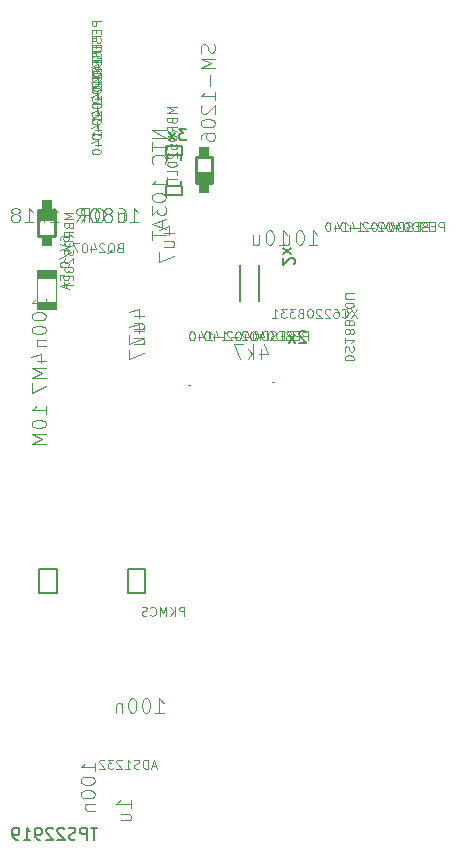
<source format=gbr>
G04 #@! TF.GenerationSoftware,KiCad,Pcbnew,5.1.8+dfsg1-1~bpo10+1*
G04 #@! TF.CreationDate,2021-01-02T21:10:31+01:00*
G04 #@! TF.ProjectId,easyhive,65617379-6869-4766-952e-6b696361645f,rev?*
G04 #@! TF.SameCoordinates,Original*
G04 #@! TF.FileFunction,Other,Fab,Bot*
%FSLAX46Y46*%
G04 Gerber Fmt 4.6, Leading zero omitted, Abs format (unit mm)*
G04 Created by KiCad (PCBNEW 5.1.8+dfsg1-1~bpo10+1) date 2021-01-02 21:10:31*
%MOMM*%
%LPD*%
G01*
G04 APERTURE LIST*
%ADD10C,0.150000*%
%ADD11C,0.127000*%
%ADD12C,0.203200*%
%ADD13C,0.100000*%
%ADD14C,0.101600*%
%ADD15C,0.254000*%
%ADD16C,0.001930*%
%ADD17C,0.096520*%
%ADD18C,0.077216*%
G04 APERTURE END LIST*
D10*
X149175742Y-70383480D02*
X148556695Y-70383480D01*
X148890028Y-70764433D01*
X148747171Y-70764433D01*
X148651933Y-70812052D01*
X148604314Y-70859671D01*
X148556695Y-70954909D01*
X148556695Y-71193004D01*
X148604314Y-71288242D01*
X148651933Y-71335861D01*
X148747171Y-71383480D01*
X149032885Y-71383480D01*
X149128123Y-71335861D01*
X149175742Y-71288242D01*
X148223361Y-71383480D02*
X147699552Y-70716814D01*
X148223361Y-70716814D02*
X147699552Y-71383480D01*
X158258480Y-81890623D02*
X158306100Y-81843004D01*
X158353719Y-81747766D01*
X158353719Y-81509671D01*
X158306100Y-81414433D01*
X158258480Y-81366814D01*
X158163242Y-81319195D01*
X158068004Y-81319195D01*
X157925147Y-81366814D01*
X157353719Y-81938242D01*
X157353719Y-81319195D01*
X157353719Y-80985861D02*
X158020385Y-80462052D01*
X158020385Y-80985861D02*
X157353719Y-80462052D01*
X159288123Y-87623719D02*
X159240504Y-87576100D01*
X159145266Y-87528480D01*
X158907171Y-87528480D01*
X158811933Y-87576100D01*
X158764314Y-87623719D01*
X158716695Y-87718957D01*
X158716695Y-87814195D01*
X158764314Y-87957052D01*
X159335742Y-88528480D01*
X158716695Y-88528480D01*
X158383361Y-88528480D02*
X157859552Y-87861814D01*
X158383361Y-87861814D02*
X157859552Y-88528480D01*
D11*
X144200000Y-109675000D02*
X144200000Y-107675000D01*
X145700000Y-109675000D02*
X144200000Y-109675000D01*
X145700000Y-107675000D02*
X145700000Y-109675000D01*
X144200000Y-107675000D02*
X145700000Y-107675000D01*
X136700000Y-107675000D02*
X138200000Y-107675000D01*
X136700000Y-109675000D02*
X136700000Y-107675000D01*
X138200000Y-109675000D02*
X136700000Y-109675000D01*
X138200000Y-107675000D02*
X138200000Y-109675000D01*
D12*
X147546100Y-73023600D02*
X147546100Y-72623600D01*
X147546100Y-75223600D02*
X147546100Y-74823600D01*
X148746100Y-74823600D02*
X148746100Y-75223600D01*
X148746100Y-72623600D02*
X148746100Y-73023600D01*
X147446100Y-72623600D02*
X147446100Y-71823600D01*
X147546100Y-72623600D02*
X147446100Y-72623600D01*
X148746100Y-72623600D02*
X147546100Y-72623600D01*
X148846100Y-72623600D02*
X148746100Y-72623600D01*
X148846100Y-71823600D02*
X148846100Y-72623600D01*
X147446100Y-71823600D02*
X148846100Y-71823600D01*
X147446100Y-76023600D02*
X147446100Y-75223600D01*
X148846100Y-76023600D02*
X147446100Y-76023600D01*
X148846100Y-75223600D02*
X148846100Y-76023600D01*
X148746100Y-75223600D02*
X148846100Y-75223600D01*
X147546100Y-75223600D02*
X148746100Y-75223600D01*
X147446100Y-75223600D02*
X147546100Y-75223600D01*
D11*
X153696100Y-81948600D02*
X153696100Y-84948600D01*
X155296100Y-84948600D02*
X155296100Y-81948600D01*
D13*
G36*
X138200200Y-85035300D02*
G01*
X138200200Y-85785400D01*
X136500200Y-85785400D01*
X136500200Y-85035300D01*
X138200200Y-85035300D01*
G37*
G36*
X138202000Y-82381800D02*
G01*
X138202000Y-83131900D01*
X136502000Y-83131900D01*
X136502000Y-82381800D01*
X138202000Y-82381800D01*
G37*
D14*
X138138100Y-83118600D02*
X138138100Y-85048600D01*
X136564100Y-83118600D02*
X136564100Y-85048600D01*
D13*
G36*
X150036100Y-74973600D02*
G01*
X150036100Y-74073600D01*
X151386100Y-74073600D01*
X151386100Y-74973600D01*
X150036100Y-74973600D01*
G37*
G36*
X150236100Y-72723600D02*
G01*
X150236100Y-71973600D01*
X151086100Y-71973600D01*
X151086100Y-72723600D01*
X150236100Y-72723600D01*
G37*
G36*
X150236100Y-75873600D02*
G01*
X150236100Y-75123600D01*
X151086100Y-75123600D01*
X151086100Y-75873600D01*
X150236100Y-75873600D01*
G37*
D15*
X149986100Y-75023600D02*
X151386100Y-75023600D01*
X149986100Y-72823600D02*
X149986100Y-75023600D01*
X151386100Y-72823600D02*
X149986100Y-72823600D01*
X151386100Y-75023600D02*
X151386100Y-72823600D01*
D13*
G36*
X138001100Y-77318600D02*
G01*
X138001100Y-78218600D01*
X136651100Y-78218600D01*
X136651100Y-77318600D01*
X138001100Y-77318600D01*
G37*
G36*
X137801100Y-79568600D02*
G01*
X137801100Y-80318600D01*
X136951100Y-80318600D01*
X136951100Y-79568600D01*
X137801100Y-79568600D01*
G37*
G36*
X137801100Y-76418600D02*
G01*
X137801100Y-77168600D01*
X136951100Y-77168600D01*
X136951100Y-76418600D01*
X137801100Y-76418600D01*
G37*
D15*
X138051100Y-77268600D02*
X136651100Y-77268600D01*
X138051100Y-79468600D02*
X138051100Y-77268600D01*
X136651100Y-79468600D02*
X138051100Y-79468600D01*
X136651100Y-77268600D02*
X136651100Y-79468600D01*
D16*
X149476047Y-92059320D02*
X149462258Y-92059320D01*
X149469153Y-92083450D02*
X149469153Y-92059320D01*
X149454215Y-92083450D02*
X149454215Y-92059320D01*
X149445023Y-92059320D01*
X149442725Y-92060470D01*
X149441575Y-92061619D01*
X149440426Y-92063917D01*
X149440426Y-92067364D01*
X149441575Y-92069662D01*
X149442725Y-92070811D01*
X149445023Y-92071960D01*
X149454215Y-92071960D01*
X149433532Y-92059320D02*
X149419744Y-92059320D01*
X149426638Y-92083450D02*
X149426638Y-92059320D01*
X149411700Y-92083450D02*
X149411700Y-92059320D01*
X149402508Y-92059320D01*
X149400210Y-92060470D01*
X149399061Y-92061619D01*
X149397912Y-92063917D01*
X149397912Y-92067364D01*
X149399061Y-92069662D01*
X149400210Y-92070811D01*
X149402508Y-92071960D01*
X149411700Y-92071960D01*
X149382974Y-92059320D02*
X149380676Y-92059320D01*
X149378378Y-92060470D01*
X149377229Y-92061619D01*
X149376080Y-92063917D01*
X149374931Y-92068513D01*
X149374931Y-92074258D01*
X149376080Y-92078854D01*
X149377229Y-92081152D01*
X149378378Y-92082301D01*
X149380676Y-92083450D01*
X149382974Y-92083450D01*
X149385272Y-92082301D01*
X149386421Y-92081152D01*
X149387570Y-92078854D01*
X149388719Y-92074258D01*
X149388719Y-92068513D01*
X149387570Y-92063917D01*
X149386421Y-92061619D01*
X149385272Y-92060470D01*
X149382974Y-92059320D01*
X149361142Y-92069662D02*
X149363440Y-92068513D01*
X149364589Y-92067364D01*
X149365738Y-92065066D01*
X149365738Y-92063917D01*
X149364589Y-92061619D01*
X149363440Y-92060470D01*
X149361142Y-92059320D01*
X149356546Y-92059320D01*
X149354248Y-92060470D01*
X149353099Y-92061619D01*
X149351950Y-92063917D01*
X149351950Y-92065066D01*
X149353099Y-92067364D01*
X149354248Y-92068513D01*
X149356546Y-92069662D01*
X149361142Y-92069662D01*
X149363440Y-92070811D01*
X149364589Y-92071960D01*
X149365738Y-92074258D01*
X149365738Y-92078854D01*
X149364589Y-92081152D01*
X149363440Y-92082301D01*
X149361142Y-92083450D01*
X149356546Y-92083450D01*
X149354248Y-92082301D01*
X149353099Y-92081152D01*
X149351950Y-92078854D01*
X149351950Y-92074258D01*
X149353099Y-92071960D01*
X149354248Y-92070811D01*
X149356546Y-92069662D01*
X149327820Y-92083450D02*
X149335863Y-92071960D01*
X149341608Y-92083450D02*
X149341608Y-92059320D01*
X149332416Y-92059320D01*
X149330118Y-92060470D01*
X149328969Y-92061619D01*
X149327820Y-92063917D01*
X149327820Y-92067364D01*
X149328969Y-92069662D01*
X149330118Y-92070811D01*
X149332416Y-92071960D01*
X149341608Y-92071960D01*
X156577447Y-91855720D02*
X156563658Y-91855720D01*
X156570553Y-91879850D02*
X156570553Y-91855720D01*
X156555615Y-91879850D02*
X156555615Y-91855720D01*
X156546423Y-91855720D01*
X156544125Y-91856870D01*
X156542975Y-91858019D01*
X156541826Y-91860317D01*
X156541826Y-91863764D01*
X156542975Y-91866062D01*
X156544125Y-91867211D01*
X156546423Y-91868360D01*
X156555615Y-91868360D01*
X156534932Y-91855720D02*
X156521144Y-91855720D01*
X156528038Y-91879850D02*
X156528038Y-91855720D01*
X156513100Y-91879850D02*
X156513100Y-91855720D01*
X156503908Y-91855720D01*
X156501610Y-91856870D01*
X156500461Y-91858019D01*
X156499312Y-91860317D01*
X156499312Y-91863764D01*
X156500461Y-91866062D01*
X156501610Y-91867211D01*
X156503908Y-91868360D01*
X156513100Y-91868360D01*
X156484374Y-91855720D02*
X156482076Y-91855720D01*
X156479778Y-91856870D01*
X156478629Y-91858019D01*
X156477480Y-91860317D01*
X156476331Y-91864913D01*
X156476331Y-91870658D01*
X156477480Y-91875254D01*
X156478629Y-91877552D01*
X156479778Y-91878701D01*
X156482076Y-91879850D01*
X156484374Y-91879850D01*
X156486672Y-91878701D01*
X156487821Y-91877552D01*
X156488970Y-91875254D01*
X156490119Y-91870658D01*
X156490119Y-91864913D01*
X156488970Y-91860317D01*
X156487821Y-91858019D01*
X156486672Y-91856870D01*
X156484374Y-91855720D01*
X156462542Y-91866062D02*
X156464840Y-91864913D01*
X156465989Y-91863764D01*
X156467138Y-91861466D01*
X156467138Y-91860317D01*
X156465989Y-91858019D01*
X156464840Y-91856870D01*
X156462542Y-91855720D01*
X156457946Y-91855720D01*
X156455648Y-91856870D01*
X156454499Y-91858019D01*
X156453350Y-91860317D01*
X156453350Y-91861466D01*
X156454499Y-91863764D01*
X156455648Y-91864913D01*
X156457946Y-91866062D01*
X156462542Y-91866062D01*
X156464840Y-91867211D01*
X156465989Y-91868360D01*
X156467138Y-91870658D01*
X156467138Y-91875254D01*
X156465989Y-91877552D01*
X156464840Y-91878701D01*
X156462542Y-91879850D01*
X156457946Y-91879850D01*
X156455648Y-91878701D01*
X156454499Y-91877552D01*
X156453350Y-91875254D01*
X156453350Y-91870658D01*
X156454499Y-91868360D01*
X156455648Y-91867211D01*
X156457946Y-91866062D01*
X156429220Y-91879850D02*
X156437263Y-91868360D01*
X156443008Y-91879850D02*
X156443008Y-91855720D01*
X156433816Y-91855720D01*
X156431518Y-91856870D01*
X156430369Y-91858019D01*
X156429220Y-91860317D01*
X156429220Y-91863764D01*
X156430369Y-91866062D01*
X156431518Y-91867211D01*
X156433816Y-91868360D01*
X156443008Y-91868360D01*
D17*
X155492928Y-89058214D02*
X155492928Y-89862547D01*
X155780190Y-88598595D02*
X156067452Y-89460380D01*
X155320571Y-89460380D01*
X154860952Y-89862547D02*
X154860952Y-88656047D01*
X154746047Y-89402928D02*
X154401333Y-89862547D01*
X154401333Y-89058214D02*
X154860952Y-89517833D01*
X153999166Y-88656047D02*
X153194833Y-88656047D01*
X153711904Y-89862547D01*
X137293647Y-94590576D02*
X137293647Y-93901147D01*
X137293647Y-94245861D02*
X136087147Y-94245861D01*
X136259504Y-94130957D01*
X136374409Y-94016052D01*
X136431861Y-93901147D01*
X136087147Y-95337457D02*
X136087147Y-95452361D01*
X136144600Y-95567266D01*
X136202052Y-95624718D01*
X136316957Y-95682171D01*
X136546766Y-95739623D01*
X136834028Y-95739623D01*
X137063838Y-95682171D01*
X137178742Y-95624718D01*
X137236195Y-95567266D01*
X137293647Y-95452361D01*
X137293647Y-95337457D01*
X137236195Y-95222552D01*
X137178742Y-95165099D01*
X137063838Y-95107647D01*
X136834028Y-95050195D01*
X136546766Y-95050195D01*
X136316957Y-95107647D01*
X136202052Y-95165099D01*
X136144600Y-95222552D01*
X136087147Y-95337457D01*
X137293647Y-96256695D02*
X136087147Y-96256695D01*
X136948933Y-96658861D01*
X136087147Y-97061028D01*
X137293647Y-97061028D01*
X136489314Y-90038242D02*
X137293647Y-90038242D01*
X136029695Y-89750981D02*
X136891480Y-89463719D01*
X136891480Y-90210600D01*
X137293647Y-90670219D02*
X136087147Y-90670219D01*
X136948933Y-91072385D01*
X136087147Y-91474552D01*
X137293647Y-91474552D01*
X136087147Y-91934171D02*
X136087147Y-92738504D01*
X137293647Y-92221433D01*
X147453647Y-70471171D02*
X146247147Y-70471171D01*
X147453647Y-71160600D01*
X146247147Y-71160600D01*
X146247147Y-71562766D02*
X146247147Y-72252195D01*
X147453647Y-71907481D02*
X146247147Y-71907481D01*
X147338742Y-73343790D02*
X147396195Y-73286338D01*
X147453647Y-73113981D01*
X147453647Y-72999076D01*
X147396195Y-72826719D01*
X147281290Y-72711814D01*
X147166385Y-72654362D01*
X146936576Y-72596909D01*
X146764219Y-72596909D01*
X146534409Y-72654362D01*
X146419504Y-72711814D01*
X146304600Y-72826719D01*
X146247147Y-72999076D01*
X146247147Y-73113981D01*
X146304600Y-73286338D01*
X146362052Y-73343790D01*
X147453647Y-75412076D02*
X147453647Y-74722647D01*
X147453647Y-75067362D02*
X146247147Y-75067362D01*
X146419504Y-74952457D01*
X146534409Y-74837552D01*
X146591861Y-74722647D01*
X146247147Y-76158957D02*
X146247147Y-76273862D01*
X146304600Y-76388766D01*
X146362052Y-76446219D01*
X146476957Y-76503671D01*
X146706766Y-76561123D01*
X146994028Y-76561123D01*
X147223838Y-76503671D01*
X147338742Y-76446219D01*
X147396195Y-76388766D01*
X147453647Y-76273862D01*
X147453647Y-76158957D01*
X147396195Y-76044052D01*
X147338742Y-75986600D01*
X147223838Y-75929147D01*
X146994028Y-75871695D01*
X146706766Y-75871695D01*
X146476957Y-75929147D01*
X146362052Y-75986600D01*
X146304600Y-76044052D01*
X146247147Y-76158957D01*
X146247147Y-76963290D02*
X146247147Y-77710171D01*
X146706766Y-77308004D01*
X146706766Y-77480362D01*
X146764219Y-77595266D01*
X146821671Y-77652719D01*
X146936576Y-77710171D01*
X147223838Y-77710171D01*
X147338742Y-77652719D01*
X147396195Y-77595266D01*
X147453647Y-77480362D01*
X147453647Y-77135647D01*
X147396195Y-77020742D01*
X147338742Y-76963290D01*
X147108933Y-78169790D02*
X147108933Y-78744314D01*
X147453647Y-78054885D02*
X146247147Y-78457052D01*
X147453647Y-78859219D01*
X146247147Y-79089028D02*
X146247147Y-79778457D01*
X147453647Y-79433742D02*
X146247147Y-79433742D01*
X143469028Y-77104647D02*
X143698838Y-77104647D01*
X143813742Y-77162100D01*
X143871195Y-77219552D01*
X143986100Y-77391909D01*
X144043552Y-77621719D01*
X144043552Y-78081338D01*
X143986100Y-78196242D01*
X143928647Y-78253695D01*
X143813742Y-78311147D01*
X143583933Y-78311147D01*
X143469028Y-78253695D01*
X143411576Y-78196242D01*
X143354123Y-78081338D01*
X143354123Y-77794076D01*
X143411576Y-77679171D01*
X143469028Y-77621719D01*
X143583933Y-77564266D01*
X143813742Y-77564266D01*
X143928647Y-77621719D01*
X143986100Y-77679171D01*
X144043552Y-77794076D01*
X142664695Y-77621719D02*
X142779600Y-77564266D01*
X142837052Y-77506814D01*
X142894504Y-77391909D01*
X142894504Y-77334457D01*
X142837052Y-77219552D01*
X142779600Y-77162100D01*
X142664695Y-77104647D01*
X142434885Y-77104647D01*
X142319981Y-77162100D01*
X142262528Y-77219552D01*
X142205076Y-77334457D01*
X142205076Y-77391909D01*
X142262528Y-77506814D01*
X142319981Y-77564266D01*
X142434885Y-77621719D01*
X142664695Y-77621719D01*
X142779600Y-77679171D01*
X142837052Y-77736623D01*
X142894504Y-77851528D01*
X142894504Y-78081338D01*
X142837052Y-78196242D01*
X142779600Y-78253695D01*
X142664695Y-78311147D01*
X142434885Y-78311147D01*
X142319981Y-78253695D01*
X142262528Y-78196242D01*
X142205076Y-78081338D01*
X142205076Y-77851528D01*
X142262528Y-77736623D01*
X142319981Y-77679171D01*
X142434885Y-77621719D01*
X141458195Y-77104647D02*
X141343290Y-77104647D01*
X141228385Y-77162100D01*
X141170933Y-77219552D01*
X141113481Y-77334457D01*
X141056028Y-77564266D01*
X141056028Y-77851528D01*
X141113481Y-78081338D01*
X141170933Y-78196242D01*
X141228385Y-78253695D01*
X141343290Y-78311147D01*
X141458195Y-78311147D01*
X141573100Y-78253695D01*
X141630552Y-78196242D01*
X141688004Y-78081338D01*
X141745457Y-77851528D01*
X141745457Y-77564266D01*
X141688004Y-77334457D01*
X141630552Y-77219552D01*
X141573100Y-77162100D01*
X141458195Y-77104647D01*
X139849528Y-78311147D02*
X140251695Y-77736623D01*
X140538957Y-78311147D02*
X140538957Y-77104647D01*
X140079338Y-77104647D01*
X139964433Y-77162100D01*
X139906981Y-77219552D01*
X139849528Y-77334457D01*
X139849528Y-77506814D01*
X139906981Y-77621719D01*
X139964433Y-77679171D01*
X140079338Y-77736623D01*
X140538957Y-77736623D01*
X137639123Y-78311147D02*
X138328552Y-78311147D01*
X137983838Y-78311147D02*
X137983838Y-77104647D01*
X138098742Y-77277004D01*
X138213647Y-77391909D01*
X138328552Y-77449361D01*
X137122052Y-78311147D02*
X137122052Y-77104647D01*
X137007147Y-77851528D02*
X136662433Y-78311147D01*
X136662433Y-77506814D02*
X137122052Y-77966433D01*
X135513385Y-78311147D02*
X136202814Y-78311147D01*
X135858100Y-78311147D02*
X135858100Y-77104647D01*
X135973004Y-77277004D01*
X136087909Y-77391909D01*
X136202814Y-77449361D01*
X134823957Y-77621719D02*
X134938862Y-77564266D01*
X134996314Y-77506814D01*
X135053766Y-77391909D01*
X135053766Y-77334457D01*
X134996314Y-77219552D01*
X134938862Y-77162100D01*
X134823957Y-77104647D01*
X134594147Y-77104647D01*
X134479242Y-77162100D01*
X134421790Y-77219552D01*
X134364338Y-77334457D01*
X134364338Y-77391909D01*
X134421790Y-77506814D01*
X134479242Y-77564266D01*
X134594147Y-77621719D01*
X134823957Y-77621719D01*
X134938862Y-77679171D01*
X134996314Y-77736623D01*
X135053766Y-77851528D01*
X135053766Y-78081338D01*
X134996314Y-78196242D01*
X134938862Y-78253695D01*
X134823957Y-78311147D01*
X134594147Y-78311147D01*
X134479242Y-78253695D01*
X134421790Y-78196242D01*
X134364338Y-78081338D01*
X134364338Y-77851528D01*
X134421790Y-77736623D01*
X134479242Y-77679171D01*
X134594147Y-77621719D01*
X141851290Y-77104647D02*
X141736385Y-77104647D01*
X141621481Y-77162100D01*
X141564028Y-77219552D01*
X141506576Y-77334457D01*
X141449123Y-77564266D01*
X141449123Y-77851528D01*
X141506576Y-78081338D01*
X141564028Y-78196242D01*
X141621481Y-78253695D01*
X141736385Y-78311147D01*
X141851290Y-78311147D01*
X141966195Y-78253695D01*
X142023647Y-78196242D01*
X142081100Y-78081338D01*
X142138552Y-77851528D01*
X142138552Y-77564266D01*
X142081100Y-77334457D01*
X142023647Y-77219552D01*
X141966195Y-77162100D01*
X141851290Y-77104647D01*
X140242623Y-78311147D02*
X140644790Y-77736623D01*
X140932052Y-78311147D02*
X140932052Y-77104647D01*
X140472433Y-77104647D01*
X140357528Y-77162100D01*
X140300076Y-77219552D01*
X140242623Y-77334457D01*
X140242623Y-77506814D01*
X140300076Y-77621719D01*
X140357528Y-77679171D01*
X140472433Y-77736623D01*
X140932052Y-77736623D01*
D18*
X149000681Y-111638230D02*
X149000681Y-110866070D01*
X148706525Y-110866070D01*
X148632986Y-110902840D01*
X148596217Y-110939609D01*
X148559447Y-111013148D01*
X148559447Y-111123457D01*
X148596217Y-111196996D01*
X148632986Y-111233765D01*
X148706525Y-111270535D01*
X149000681Y-111270535D01*
X148228521Y-111638230D02*
X148228521Y-110866070D01*
X147787287Y-111638230D02*
X148118213Y-111196996D01*
X147787287Y-110866070D02*
X148228521Y-111307304D01*
X147456361Y-111638230D02*
X147456361Y-110866070D01*
X147198975Y-111417613D01*
X146941588Y-110866070D01*
X146941588Y-111638230D01*
X146132658Y-111564691D02*
X146169428Y-111601460D01*
X146279737Y-111638230D01*
X146353276Y-111638230D01*
X146463584Y-111601460D01*
X146537123Y-111527921D01*
X146573893Y-111454382D01*
X146610662Y-111307304D01*
X146610662Y-111196996D01*
X146573893Y-111049918D01*
X146537123Y-110976379D01*
X146463584Y-110902840D01*
X146353276Y-110866070D01*
X146279737Y-110866070D01*
X146169428Y-110902840D01*
X146132658Y-110939609D01*
X145838502Y-111601460D02*
X145728194Y-111638230D01*
X145544346Y-111638230D01*
X145470807Y-111601460D01*
X145434038Y-111564691D01*
X145397268Y-111491152D01*
X145397268Y-111417613D01*
X145434038Y-111344074D01*
X145470807Y-111307304D01*
X145544346Y-111270535D01*
X145691424Y-111233765D01*
X145764963Y-111196996D01*
X145801733Y-111160226D01*
X145838502Y-111086687D01*
X145838502Y-111013148D01*
X145801733Y-110939609D01*
X145764963Y-110902840D01*
X145691424Y-110866070D01*
X145507577Y-110866070D01*
X145397268Y-110902840D01*
D17*
X151545695Y-63264814D02*
X151603147Y-63437171D01*
X151603147Y-63724433D01*
X151545695Y-63839338D01*
X151488242Y-63896790D01*
X151373338Y-63954242D01*
X151258433Y-63954242D01*
X151143528Y-63896790D01*
X151086076Y-63839338D01*
X151028623Y-63724433D01*
X150971171Y-63494623D01*
X150913719Y-63379719D01*
X150856266Y-63322266D01*
X150741361Y-63264814D01*
X150626457Y-63264814D01*
X150511552Y-63322266D01*
X150454100Y-63379719D01*
X150396647Y-63494623D01*
X150396647Y-63781885D01*
X150454100Y-63954242D01*
X151603147Y-64471314D02*
X150396647Y-64471314D01*
X151258433Y-64873481D01*
X150396647Y-65275647D01*
X151603147Y-65275647D01*
X151143528Y-65850171D02*
X151143528Y-66769409D01*
X151603147Y-67975909D02*
X151603147Y-67286481D01*
X151603147Y-67631195D02*
X150396647Y-67631195D01*
X150569004Y-67516290D01*
X150683909Y-67401385D01*
X150741361Y-67286481D01*
X150511552Y-68435528D02*
X150454100Y-68492981D01*
X150396647Y-68607885D01*
X150396647Y-68895147D01*
X150454100Y-69010052D01*
X150511552Y-69067504D01*
X150626457Y-69124957D01*
X150741361Y-69124957D01*
X150913719Y-69067504D01*
X151603147Y-68378076D01*
X151603147Y-69124957D01*
X150396647Y-69871838D02*
X150396647Y-69986742D01*
X150454100Y-70101647D01*
X150511552Y-70159100D01*
X150626457Y-70216552D01*
X150856266Y-70274004D01*
X151143528Y-70274004D01*
X151373338Y-70216552D01*
X151488242Y-70159100D01*
X151545695Y-70101647D01*
X151603147Y-69986742D01*
X151603147Y-69871838D01*
X151545695Y-69756933D01*
X151488242Y-69699481D01*
X151373338Y-69642028D01*
X151143528Y-69584576D01*
X150856266Y-69584576D01*
X150626457Y-69642028D01*
X150511552Y-69699481D01*
X150454100Y-69756933D01*
X150396647Y-69871838D01*
X150396647Y-71308147D02*
X150396647Y-71078338D01*
X150454100Y-70963433D01*
X150511552Y-70905981D01*
X150683909Y-70791076D01*
X150913719Y-70733623D01*
X151373338Y-70733623D01*
X151488242Y-70791076D01*
X151545695Y-70848528D01*
X151603147Y-70963433D01*
X151603147Y-71193242D01*
X151545695Y-71308147D01*
X151488242Y-71365600D01*
X151373338Y-71423052D01*
X151086076Y-71423052D01*
X150971171Y-71365600D01*
X150913719Y-71308147D01*
X150856266Y-71193242D01*
X150856266Y-70963433D01*
X150913719Y-70848528D01*
X150971171Y-70791076D01*
X151086076Y-70733623D01*
D10*
X141633631Y-129584588D02*
X141062202Y-129584588D01*
X141347916Y-130584588D02*
X141347916Y-129584588D01*
X140728869Y-130584588D02*
X140728869Y-129584588D01*
X140347916Y-129584588D01*
X140252678Y-129632208D01*
X140205059Y-129679827D01*
X140157440Y-129775065D01*
X140157440Y-129917922D01*
X140205059Y-130013160D01*
X140252678Y-130060779D01*
X140347916Y-130108398D01*
X140728869Y-130108398D01*
X139776488Y-130536969D02*
X139633631Y-130584588D01*
X139395535Y-130584588D01*
X139300297Y-130536969D01*
X139252678Y-130489350D01*
X139205059Y-130394112D01*
X139205059Y-130298874D01*
X139252678Y-130203636D01*
X139300297Y-130156017D01*
X139395535Y-130108398D01*
X139586012Y-130060779D01*
X139681250Y-130013160D01*
X139728869Y-129965541D01*
X139776488Y-129870303D01*
X139776488Y-129775065D01*
X139728869Y-129679827D01*
X139681250Y-129632208D01*
X139586012Y-129584588D01*
X139347916Y-129584588D01*
X139205059Y-129632208D01*
X138824107Y-129679827D02*
X138776488Y-129632208D01*
X138681250Y-129584588D01*
X138443154Y-129584588D01*
X138347916Y-129632208D01*
X138300297Y-129679827D01*
X138252678Y-129775065D01*
X138252678Y-129870303D01*
X138300297Y-130013160D01*
X138871726Y-130584588D01*
X138252678Y-130584588D01*
X137871726Y-129679827D02*
X137824107Y-129632208D01*
X137728869Y-129584588D01*
X137490774Y-129584588D01*
X137395535Y-129632208D01*
X137347916Y-129679827D01*
X137300297Y-129775065D01*
X137300297Y-129870303D01*
X137347916Y-130013160D01*
X137919345Y-130584588D01*
X137300297Y-130584588D01*
X136824107Y-130584588D02*
X136633631Y-130584588D01*
X136538393Y-130536969D01*
X136490774Y-130489350D01*
X136395535Y-130346493D01*
X136347916Y-130156017D01*
X136347916Y-129775065D01*
X136395535Y-129679827D01*
X136443154Y-129632208D01*
X136538393Y-129584588D01*
X136728869Y-129584588D01*
X136824107Y-129632208D01*
X136871726Y-129679827D01*
X136919345Y-129775065D01*
X136919345Y-130013160D01*
X136871726Y-130108398D01*
X136824107Y-130156017D01*
X136728869Y-130203636D01*
X136538393Y-130203636D01*
X136443154Y-130156017D01*
X136395535Y-130108398D01*
X136347916Y-130013160D01*
X135395535Y-130584588D02*
X135966964Y-130584588D01*
X135681250Y-130584588D02*
X135681250Y-129584588D01*
X135776488Y-129727446D01*
X135871726Y-129822684D01*
X135966964Y-129870303D01*
X134919345Y-130584588D02*
X134728869Y-130584588D01*
X134633631Y-130536969D01*
X134586012Y-130489350D01*
X134490774Y-130346493D01*
X134443154Y-130156017D01*
X134443154Y-129775065D01*
X134490774Y-129679827D01*
X134538393Y-129632208D01*
X134633631Y-129584588D01*
X134824107Y-129584588D01*
X134919345Y-129632208D01*
X134966964Y-129679827D01*
X135014583Y-129775065D01*
X135014583Y-130013160D01*
X134966964Y-130108398D01*
X134919345Y-130156017D01*
X134824107Y-130203636D01*
X134633631Y-130203636D01*
X134538393Y-130156017D01*
X134490774Y-130108398D01*
X134443154Y-130013160D01*
D18*
X163613425Y-85639670D02*
X163098652Y-86411830D01*
X163098652Y-85639670D02*
X163613425Y-86411830D01*
X162363261Y-86338291D02*
X162400031Y-86375060D01*
X162510339Y-86411830D01*
X162583878Y-86411830D01*
X162694187Y-86375060D01*
X162767726Y-86301521D01*
X162804496Y-86227982D01*
X162841265Y-86080904D01*
X162841265Y-85970596D01*
X162804496Y-85823518D01*
X162767726Y-85749979D01*
X162694187Y-85676440D01*
X162583878Y-85639670D01*
X162510339Y-85639670D01*
X162400031Y-85676440D01*
X162363261Y-85713209D01*
X161701410Y-85639670D02*
X161848488Y-85639670D01*
X161922027Y-85676440D01*
X161958797Y-85713209D01*
X162032336Y-85823518D01*
X162069105Y-85970596D01*
X162069105Y-86264752D01*
X162032336Y-86338291D01*
X161995566Y-86375060D01*
X161922027Y-86411830D01*
X161774949Y-86411830D01*
X161701410Y-86375060D01*
X161664640Y-86338291D01*
X161627871Y-86264752D01*
X161627871Y-86080904D01*
X161664640Y-86007365D01*
X161701410Y-85970596D01*
X161774949Y-85933826D01*
X161922027Y-85933826D01*
X161995566Y-85970596D01*
X162032336Y-86007365D01*
X162069105Y-86080904D01*
X161333715Y-85713209D02*
X161296945Y-85676440D01*
X161223406Y-85639670D01*
X161039558Y-85639670D01*
X160966019Y-85676440D01*
X160929250Y-85713209D01*
X160892480Y-85786748D01*
X160892480Y-85860287D01*
X160929250Y-85970596D01*
X161370484Y-86411830D01*
X160892480Y-86411830D01*
X160598324Y-85713209D02*
X160561555Y-85676440D01*
X160488016Y-85639670D01*
X160304168Y-85639670D01*
X160230629Y-85676440D01*
X160193859Y-85713209D01*
X160157090Y-85786748D01*
X160157090Y-85860287D01*
X160193859Y-85970596D01*
X160635094Y-86411830D01*
X160157090Y-86411830D01*
X159679086Y-85639670D02*
X159605547Y-85639670D01*
X159532008Y-85676440D01*
X159495238Y-85713209D01*
X159458469Y-85786748D01*
X159421699Y-85933826D01*
X159421699Y-86117674D01*
X159458469Y-86264752D01*
X159495238Y-86338291D01*
X159532008Y-86375060D01*
X159605547Y-86411830D01*
X159679086Y-86411830D01*
X159752625Y-86375060D01*
X159789395Y-86338291D01*
X159826164Y-86264752D01*
X159862934Y-86117674D01*
X159862934Y-85933826D01*
X159826164Y-85786748D01*
X159789395Y-85713209D01*
X159752625Y-85676440D01*
X159679086Y-85639670D01*
X158833387Y-86007365D02*
X158723078Y-86044135D01*
X158686309Y-86080904D01*
X158649539Y-86154443D01*
X158649539Y-86264752D01*
X158686309Y-86338291D01*
X158723078Y-86375060D01*
X158796618Y-86411830D01*
X159090774Y-86411830D01*
X159090774Y-85639670D01*
X158833387Y-85639670D01*
X158759848Y-85676440D01*
X158723078Y-85713209D01*
X158686309Y-85786748D01*
X158686309Y-85860287D01*
X158723078Y-85933826D01*
X158759848Y-85970596D01*
X158833387Y-86007365D01*
X159090774Y-86007365D01*
X158392153Y-85639670D02*
X157914149Y-85639670D01*
X158171536Y-85933826D01*
X158061227Y-85933826D01*
X157987688Y-85970596D01*
X157950918Y-86007365D01*
X157914149Y-86080904D01*
X157914149Y-86264752D01*
X157950918Y-86338291D01*
X157987688Y-86375060D01*
X158061227Y-86411830D01*
X158281844Y-86411830D01*
X158355383Y-86375060D01*
X158392153Y-86338291D01*
X157656762Y-85639670D02*
X157178758Y-85639670D01*
X157436145Y-85933826D01*
X157325837Y-85933826D01*
X157252298Y-85970596D01*
X157215528Y-86007365D01*
X157178758Y-86080904D01*
X157178758Y-86264752D01*
X157215528Y-86338291D01*
X157252298Y-86375060D01*
X157325837Y-86411830D01*
X157546454Y-86411830D01*
X157619993Y-86375060D01*
X157656762Y-86338291D01*
X156443368Y-86411830D02*
X156884602Y-86411830D01*
X156663985Y-86411830D02*
X156663985Y-85639670D01*
X156737524Y-85749979D01*
X156811063Y-85823518D01*
X156884602Y-85860287D01*
X162582609Y-90003961D02*
X163354769Y-90003961D01*
X163354769Y-89820114D01*
X163318000Y-89709805D01*
X163244460Y-89636266D01*
X163170921Y-89599497D01*
X163023843Y-89562727D01*
X162913535Y-89562727D01*
X162766457Y-89599497D01*
X162692918Y-89636266D01*
X162619379Y-89709805D01*
X162582609Y-89820114D01*
X162582609Y-90003961D01*
X162619379Y-89268571D02*
X162582609Y-89158262D01*
X162582609Y-88974415D01*
X162619379Y-88900876D01*
X162656148Y-88864106D01*
X162729687Y-88827337D01*
X162803226Y-88827337D01*
X162876765Y-88864106D01*
X162913535Y-88900876D01*
X162950304Y-88974415D01*
X162987074Y-89121493D01*
X163023843Y-89195032D01*
X163060613Y-89231801D01*
X163134152Y-89268571D01*
X163207691Y-89268571D01*
X163281230Y-89231801D01*
X163318000Y-89195032D01*
X163354769Y-89121493D01*
X163354769Y-88937645D01*
X163318000Y-88827337D01*
X162582609Y-88091946D02*
X162582609Y-88533181D01*
X162582609Y-88312563D02*
X163354769Y-88312563D01*
X163244460Y-88386102D01*
X163170921Y-88459641D01*
X163134152Y-88533181D01*
X163023843Y-87650712D02*
X163060613Y-87724251D01*
X163097382Y-87761021D01*
X163170921Y-87797790D01*
X163207691Y-87797790D01*
X163281230Y-87761021D01*
X163318000Y-87724251D01*
X163354769Y-87650712D01*
X163354769Y-87503634D01*
X163318000Y-87430095D01*
X163281230Y-87393325D01*
X163207691Y-87356556D01*
X163170921Y-87356556D01*
X163097382Y-87393325D01*
X163060613Y-87430095D01*
X163023843Y-87503634D01*
X163023843Y-87650712D01*
X162987074Y-87724251D01*
X162950304Y-87761021D01*
X162876765Y-87797790D01*
X162729687Y-87797790D01*
X162656148Y-87761021D01*
X162619379Y-87724251D01*
X162582609Y-87650712D01*
X162582609Y-87503634D01*
X162619379Y-87430095D01*
X162656148Y-87393325D01*
X162729687Y-87356556D01*
X162876765Y-87356556D01*
X162950304Y-87393325D01*
X162987074Y-87430095D01*
X163023843Y-87503634D01*
X162987074Y-86768243D02*
X162950304Y-86657935D01*
X162913535Y-86621165D01*
X162839996Y-86584396D01*
X162729687Y-86584396D01*
X162656148Y-86621165D01*
X162619379Y-86657935D01*
X162582609Y-86731474D01*
X162582609Y-87025630D01*
X163354769Y-87025630D01*
X163354769Y-86768243D01*
X163318000Y-86694704D01*
X163281230Y-86657935D01*
X163207691Y-86621165D01*
X163134152Y-86621165D01*
X163060613Y-86657935D01*
X163023843Y-86694704D01*
X162987074Y-86768243D01*
X162987074Y-87025630D01*
X163281230Y-86290240D02*
X163318000Y-86253470D01*
X163354769Y-86179931D01*
X163354769Y-85996083D01*
X163318000Y-85922544D01*
X163281230Y-85885775D01*
X163207691Y-85849005D01*
X163134152Y-85849005D01*
X163023843Y-85885775D01*
X162582609Y-86327009D01*
X162582609Y-85849005D01*
X163354769Y-85371001D02*
X163354769Y-85297462D01*
X163318000Y-85223923D01*
X163281230Y-85187154D01*
X163207691Y-85150384D01*
X163060613Y-85113615D01*
X162876765Y-85113615D01*
X162729687Y-85150384D01*
X162656148Y-85187154D01*
X162619379Y-85223923D01*
X162582609Y-85297462D01*
X162582609Y-85371001D01*
X162619379Y-85444541D01*
X162656148Y-85481310D01*
X162729687Y-85518080D01*
X162876765Y-85554849D01*
X163060613Y-85554849D01*
X163207691Y-85518080D01*
X163281230Y-85481310D01*
X163318000Y-85444541D01*
X163354769Y-85371001D01*
X163354769Y-84782689D02*
X162729687Y-84782689D01*
X162656148Y-84745920D01*
X162619379Y-84709150D01*
X162582609Y-84635611D01*
X162582609Y-84488533D01*
X162619379Y-84414994D01*
X162656148Y-84378224D01*
X162729687Y-84341455D01*
X163354769Y-84341455D01*
X146607731Y-124358613D02*
X146240036Y-124358613D01*
X146681270Y-124579230D02*
X146423883Y-123807070D01*
X146166497Y-124579230D01*
X145909110Y-124579230D02*
X145909110Y-123807070D01*
X145725262Y-123807070D01*
X145614954Y-123843840D01*
X145541415Y-123917379D01*
X145504645Y-123990918D01*
X145467876Y-124137996D01*
X145467876Y-124248304D01*
X145504645Y-124395382D01*
X145541415Y-124468921D01*
X145614954Y-124542460D01*
X145725262Y-124579230D01*
X145909110Y-124579230D01*
X145173720Y-124542460D02*
X145063411Y-124579230D01*
X144879563Y-124579230D01*
X144806024Y-124542460D01*
X144769255Y-124505691D01*
X144732485Y-124432152D01*
X144732485Y-124358613D01*
X144769255Y-124285074D01*
X144806024Y-124248304D01*
X144879563Y-124211535D01*
X145026641Y-124174765D01*
X145100181Y-124137996D01*
X145136950Y-124101226D01*
X145173720Y-124027687D01*
X145173720Y-123954148D01*
X145136950Y-123880609D01*
X145100181Y-123843840D01*
X145026641Y-123807070D01*
X144842794Y-123807070D01*
X144732485Y-123843840D01*
X143997095Y-124579230D02*
X144438329Y-124579230D01*
X144217712Y-124579230D02*
X144217712Y-123807070D01*
X144291251Y-123917379D01*
X144364790Y-123990918D01*
X144438329Y-124027687D01*
X143702939Y-123880609D02*
X143666169Y-123843840D01*
X143592630Y-123807070D01*
X143408782Y-123807070D01*
X143335243Y-123843840D01*
X143298474Y-123880609D01*
X143261704Y-123954148D01*
X143261704Y-124027687D01*
X143298474Y-124137996D01*
X143739708Y-124579230D01*
X143261704Y-124579230D01*
X143004318Y-123807070D02*
X142526314Y-123807070D01*
X142783701Y-124101226D01*
X142673392Y-124101226D01*
X142599853Y-124137996D01*
X142563083Y-124174765D01*
X142526314Y-124248304D01*
X142526314Y-124432152D01*
X142563083Y-124505691D01*
X142599853Y-124542460D01*
X142673392Y-124579230D01*
X142894009Y-124579230D01*
X142967548Y-124542460D01*
X143004318Y-124505691D01*
X142232158Y-123880609D02*
X142195388Y-123843840D01*
X142121849Y-123807070D01*
X141938001Y-123807070D01*
X141864462Y-123843840D01*
X141827693Y-123880609D01*
X141790923Y-123954148D01*
X141790923Y-124027687D01*
X141827693Y-124137996D01*
X142268927Y-124579230D01*
X141790923Y-124579230D01*
X143527175Y-80467365D02*
X143416866Y-80504135D01*
X143380097Y-80540904D01*
X143343327Y-80614443D01*
X143343327Y-80724752D01*
X143380097Y-80798291D01*
X143416866Y-80835060D01*
X143490405Y-80871830D01*
X143784561Y-80871830D01*
X143784561Y-80099670D01*
X143527175Y-80099670D01*
X143453636Y-80136440D01*
X143416866Y-80173209D01*
X143380097Y-80246748D01*
X143380097Y-80320287D01*
X143416866Y-80393826D01*
X143453636Y-80430596D01*
X143527175Y-80467365D01*
X143784561Y-80467365D01*
X142497628Y-80945369D02*
X142571167Y-80908600D01*
X142644706Y-80835060D01*
X142755015Y-80724752D01*
X142828554Y-80687982D01*
X142902093Y-80687982D01*
X142865323Y-80871830D02*
X142938862Y-80835060D01*
X143012401Y-80761521D01*
X143049171Y-80614443D01*
X143049171Y-80357057D01*
X143012401Y-80209979D01*
X142938862Y-80136440D01*
X142865323Y-80099670D01*
X142718245Y-80099670D01*
X142644706Y-80136440D01*
X142571167Y-80209979D01*
X142534398Y-80357057D01*
X142534398Y-80614443D01*
X142571167Y-80761521D01*
X142644706Y-80835060D01*
X142718245Y-80871830D01*
X142865323Y-80871830D01*
X142240241Y-80173209D02*
X142203472Y-80136440D01*
X142129933Y-80099670D01*
X141946085Y-80099670D01*
X141872546Y-80136440D01*
X141835777Y-80173209D01*
X141799007Y-80246748D01*
X141799007Y-80320287D01*
X141835777Y-80430596D01*
X142277011Y-80871830D01*
X141799007Y-80871830D01*
X141137156Y-80357057D02*
X141137156Y-80871830D01*
X141321003Y-80062900D02*
X141504851Y-80614443D01*
X141026847Y-80614443D01*
X140585613Y-80099670D02*
X140512074Y-80099670D01*
X140438535Y-80136440D01*
X140401765Y-80173209D01*
X140364996Y-80246748D01*
X140328226Y-80393826D01*
X140328226Y-80577674D01*
X140364996Y-80724752D01*
X140401765Y-80798291D01*
X140438535Y-80835060D01*
X140512074Y-80871830D01*
X140585613Y-80871830D01*
X140659152Y-80835060D01*
X140695921Y-80798291D01*
X140732691Y-80724752D01*
X140769461Y-80577674D01*
X140769461Y-80393826D01*
X140732691Y-80246748D01*
X140695921Y-80173209D01*
X140659152Y-80136440D01*
X140585613Y-80099670D01*
X140070840Y-80099670D02*
X139556066Y-80099670D01*
X139886992Y-80871830D01*
X139335449Y-80099670D02*
X138820676Y-80871830D01*
X138820676Y-80099670D02*
X139335449Y-80871830D01*
X138457330Y-79841683D02*
X138457330Y-79694605D01*
X138494100Y-79621066D01*
X138530869Y-79584297D01*
X138641178Y-79510758D01*
X138788256Y-79473988D01*
X139082412Y-79473988D01*
X139155951Y-79510758D01*
X139192720Y-79547527D01*
X139229490Y-79621066D01*
X139229490Y-79768144D01*
X139192720Y-79841683D01*
X139155951Y-79878453D01*
X139082412Y-79915222D01*
X138898564Y-79915222D01*
X138825025Y-79878453D01*
X138788256Y-79841683D01*
X138751486Y-79768144D01*
X138751486Y-79621066D01*
X138788256Y-79547527D01*
X138825025Y-79510758D01*
X138898564Y-79473988D01*
X138457330Y-80135840D02*
X139229490Y-80393226D01*
X138457330Y-80650613D01*
X138420560Y-81459542D02*
X139413338Y-80797691D01*
X138457330Y-81864007D02*
X138457330Y-81937546D01*
X138494100Y-82011085D01*
X138530869Y-82047855D01*
X138604408Y-82084624D01*
X138751486Y-82121394D01*
X138935334Y-82121394D01*
X139082412Y-82084624D01*
X139155951Y-82047855D01*
X139192720Y-82011085D01*
X139229490Y-81937546D01*
X139229490Y-81864007D01*
X139192720Y-81790468D01*
X139155951Y-81753699D01*
X139082412Y-81716929D01*
X138935334Y-81680160D01*
X138751486Y-81680160D01*
X138604408Y-81716929D01*
X138530869Y-81753699D01*
X138494100Y-81790468D01*
X138457330Y-81864007D01*
X139155951Y-82452320D02*
X139192720Y-82489089D01*
X139229490Y-82452320D01*
X139192720Y-82415550D01*
X139155951Y-82452320D01*
X139229490Y-82452320D01*
X138457330Y-83187710D02*
X138457330Y-82820015D01*
X138825025Y-82783245D01*
X138788256Y-82820015D01*
X138751486Y-82893554D01*
X138751486Y-83077401D01*
X138788256Y-83150941D01*
X138825025Y-83187710D01*
X138898564Y-83224480D01*
X139082412Y-83224480D01*
X139155951Y-83187710D01*
X139192720Y-83150941D01*
X139229490Y-83077401D01*
X139229490Y-82893554D01*
X139192720Y-82820015D01*
X139155951Y-82783245D01*
X139008873Y-83518636D02*
X139008873Y-83886331D01*
X139229490Y-83445097D02*
X138457330Y-83702483D01*
X139229490Y-83959870D01*
X159447061Y-88321830D02*
X159447061Y-87549670D01*
X159152905Y-87549670D01*
X159079366Y-87586440D01*
X159042597Y-87623209D01*
X159005827Y-87696748D01*
X159005827Y-87807057D01*
X159042597Y-87880596D01*
X159079366Y-87917365D01*
X159152905Y-87954135D01*
X159447061Y-87954135D01*
X158674901Y-87917365D02*
X158417515Y-87917365D01*
X158307206Y-88321830D02*
X158674901Y-88321830D01*
X158674901Y-87549670D01*
X158307206Y-87549670D01*
X158013050Y-88285060D02*
X157902741Y-88321830D01*
X157718894Y-88321830D01*
X157645355Y-88285060D01*
X157608585Y-88248291D01*
X157571816Y-88174752D01*
X157571816Y-88101213D01*
X157608585Y-88027674D01*
X157645355Y-87990904D01*
X157718894Y-87954135D01*
X157865972Y-87917365D01*
X157939511Y-87880596D01*
X157976281Y-87843826D01*
X158013050Y-87770287D01*
X158013050Y-87696748D01*
X157976281Y-87623209D01*
X157939511Y-87586440D01*
X157865972Y-87549670D01*
X157682124Y-87549670D01*
X157571816Y-87586440D01*
X157240890Y-88321830D02*
X157240890Y-87549670D01*
X157057042Y-87549670D01*
X156946734Y-87586440D01*
X156873195Y-87659979D01*
X156836425Y-87733518D01*
X156799656Y-87880596D01*
X156799656Y-87990904D01*
X156836425Y-88137982D01*
X156873195Y-88211521D01*
X156946734Y-88285060D01*
X157057042Y-88321830D01*
X157240890Y-88321830D01*
X156321652Y-87549670D02*
X156248113Y-87549670D01*
X156174574Y-87586440D01*
X156137804Y-87623209D01*
X156101035Y-87696748D01*
X156064265Y-87843826D01*
X156064265Y-88027674D01*
X156101035Y-88174752D01*
X156137804Y-88248291D01*
X156174574Y-88285060D01*
X156248113Y-88321830D01*
X156321652Y-88321830D01*
X156395191Y-88285060D01*
X156431961Y-88248291D01*
X156468730Y-88174752D01*
X156505500Y-88027674D01*
X156505500Y-87843826D01*
X156468730Y-87696748D01*
X156431961Y-87623209D01*
X156395191Y-87586440D01*
X156321652Y-87549670D01*
X155402414Y-87807057D02*
X155402414Y-88321830D01*
X155586261Y-87512900D02*
X155770109Y-88064443D01*
X155292105Y-88064443D01*
X154850871Y-87549670D02*
X154777332Y-87549670D01*
X154703793Y-87586440D01*
X154667023Y-87623209D01*
X154630254Y-87696748D01*
X154593484Y-87843826D01*
X154593484Y-88027674D01*
X154630254Y-88174752D01*
X154667023Y-88248291D01*
X154703793Y-88285060D01*
X154777332Y-88321830D01*
X154850871Y-88321830D01*
X154924410Y-88285060D01*
X154961180Y-88248291D01*
X154997949Y-88174752D01*
X155034719Y-88027674D01*
X155034719Y-87843826D01*
X154997949Y-87696748D01*
X154961180Y-87623209D01*
X154924410Y-87586440D01*
X154850871Y-87549670D01*
X154299328Y-87623209D02*
X154262559Y-87586440D01*
X154189020Y-87549670D01*
X154005172Y-87549670D01*
X153931633Y-87586440D01*
X153894863Y-87623209D01*
X153858094Y-87696748D01*
X153858094Y-87770287D01*
X153894863Y-87880596D01*
X154336098Y-88321830D01*
X153858094Y-88321830D01*
X153527168Y-88027674D02*
X152938856Y-88027674D01*
X152166696Y-88321830D02*
X152607930Y-88321830D01*
X152387313Y-88321830D02*
X152387313Y-87549670D01*
X152460852Y-87659979D01*
X152534391Y-87733518D01*
X152607930Y-87770287D01*
X151504844Y-87807057D02*
X151504844Y-88321830D01*
X151688692Y-87512900D02*
X151872540Y-88064443D01*
X151394536Y-88064443D01*
X150953301Y-87549670D02*
X150879762Y-87549670D01*
X150806223Y-87586440D01*
X150769454Y-87623209D01*
X150732684Y-87696748D01*
X150695915Y-87843826D01*
X150695915Y-88027674D01*
X150732684Y-88174752D01*
X150769454Y-88248291D01*
X150806223Y-88285060D01*
X150879762Y-88321830D01*
X150953301Y-88321830D01*
X151026841Y-88285060D01*
X151063610Y-88248291D01*
X151100380Y-88174752D01*
X151137149Y-88027674D01*
X151137149Y-87843826D01*
X151100380Y-87696748D01*
X151063610Y-87623209D01*
X151026841Y-87586440D01*
X150953301Y-87549670D01*
X158177061Y-88321830D02*
X158177061Y-87549670D01*
X157882905Y-87549670D01*
X157809366Y-87586440D01*
X157772597Y-87623209D01*
X157735827Y-87696748D01*
X157735827Y-87807057D01*
X157772597Y-87880596D01*
X157809366Y-87917365D01*
X157882905Y-87954135D01*
X158177061Y-87954135D01*
X157404901Y-87917365D02*
X157147515Y-87917365D01*
X157037206Y-88321830D02*
X157404901Y-88321830D01*
X157404901Y-87549670D01*
X157037206Y-87549670D01*
X156743050Y-88285060D02*
X156632741Y-88321830D01*
X156448894Y-88321830D01*
X156375355Y-88285060D01*
X156338585Y-88248291D01*
X156301816Y-88174752D01*
X156301816Y-88101213D01*
X156338585Y-88027674D01*
X156375355Y-87990904D01*
X156448894Y-87954135D01*
X156595972Y-87917365D01*
X156669511Y-87880596D01*
X156706281Y-87843826D01*
X156743050Y-87770287D01*
X156743050Y-87696748D01*
X156706281Y-87623209D01*
X156669511Y-87586440D01*
X156595972Y-87549670D01*
X156412124Y-87549670D01*
X156301816Y-87586440D01*
X155970890Y-88321830D02*
X155970890Y-87549670D01*
X155787042Y-87549670D01*
X155676734Y-87586440D01*
X155603195Y-87659979D01*
X155566425Y-87733518D01*
X155529656Y-87880596D01*
X155529656Y-87990904D01*
X155566425Y-88137982D01*
X155603195Y-88211521D01*
X155676734Y-88285060D01*
X155787042Y-88321830D01*
X155970890Y-88321830D01*
X155051652Y-87549670D02*
X154978113Y-87549670D01*
X154904574Y-87586440D01*
X154867804Y-87623209D01*
X154831035Y-87696748D01*
X154794265Y-87843826D01*
X154794265Y-88027674D01*
X154831035Y-88174752D01*
X154867804Y-88248291D01*
X154904574Y-88285060D01*
X154978113Y-88321830D01*
X155051652Y-88321830D01*
X155125191Y-88285060D01*
X155161961Y-88248291D01*
X155198730Y-88174752D01*
X155235500Y-88027674D01*
X155235500Y-87843826D01*
X155198730Y-87696748D01*
X155161961Y-87623209D01*
X155125191Y-87586440D01*
X155051652Y-87549670D01*
X154132414Y-87807057D02*
X154132414Y-88321830D01*
X154316261Y-87512900D02*
X154500109Y-88064443D01*
X154022105Y-88064443D01*
X153580871Y-87549670D02*
X153507332Y-87549670D01*
X153433793Y-87586440D01*
X153397023Y-87623209D01*
X153360254Y-87696748D01*
X153323484Y-87843826D01*
X153323484Y-88027674D01*
X153360254Y-88174752D01*
X153397023Y-88248291D01*
X153433793Y-88285060D01*
X153507332Y-88321830D01*
X153580871Y-88321830D01*
X153654410Y-88285060D01*
X153691180Y-88248291D01*
X153727949Y-88174752D01*
X153764719Y-88027674D01*
X153764719Y-87843826D01*
X153727949Y-87696748D01*
X153691180Y-87623209D01*
X153654410Y-87586440D01*
X153580871Y-87549670D01*
X153029328Y-87623209D02*
X152992559Y-87586440D01*
X152919020Y-87549670D01*
X152735172Y-87549670D01*
X152661633Y-87586440D01*
X152624863Y-87623209D01*
X152588094Y-87696748D01*
X152588094Y-87770287D01*
X152624863Y-87880596D01*
X153066098Y-88321830D01*
X152588094Y-88321830D01*
X152257168Y-88027674D02*
X151668856Y-88027674D01*
X150896696Y-88321830D02*
X151337930Y-88321830D01*
X151117313Y-88321830D02*
X151117313Y-87549670D01*
X151190852Y-87659979D01*
X151264391Y-87733518D01*
X151337930Y-87770287D01*
X150234844Y-87807057D02*
X150234844Y-88321830D01*
X150418692Y-87512900D02*
X150602540Y-88064443D01*
X150124536Y-88064443D01*
X149683301Y-87549670D02*
X149609762Y-87549670D01*
X149536223Y-87586440D01*
X149499454Y-87623209D01*
X149462684Y-87696748D01*
X149425915Y-87843826D01*
X149425915Y-88027674D01*
X149462684Y-88174752D01*
X149499454Y-88248291D01*
X149536223Y-88285060D01*
X149609762Y-88321830D01*
X149683301Y-88321830D01*
X149756841Y-88285060D01*
X149793610Y-88248291D01*
X149830380Y-88174752D01*
X149867149Y-88027674D01*
X149867149Y-87843826D01*
X149830380Y-87696748D01*
X149793610Y-87623209D01*
X149756841Y-87586440D01*
X149683301Y-87549670D01*
X170959515Y-79071830D02*
X170959515Y-78299670D01*
X170665358Y-78299670D01*
X170591819Y-78336440D01*
X170555050Y-78373209D01*
X170518280Y-78446748D01*
X170518280Y-78557057D01*
X170555050Y-78630596D01*
X170591819Y-78667365D01*
X170665358Y-78704135D01*
X170959515Y-78704135D01*
X170187355Y-78667365D02*
X169929968Y-78667365D01*
X169819659Y-79071830D02*
X170187355Y-79071830D01*
X170187355Y-78299670D01*
X169819659Y-78299670D01*
X169525503Y-79035060D02*
X169415195Y-79071830D01*
X169231347Y-79071830D01*
X169157808Y-79035060D01*
X169121038Y-78998291D01*
X169084269Y-78924752D01*
X169084269Y-78851213D01*
X169121038Y-78777674D01*
X169157808Y-78740904D01*
X169231347Y-78704135D01*
X169378425Y-78667365D01*
X169451964Y-78630596D01*
X169488734Y-78593826D01*
X169525503Y-78520287D01*
X169525503Y-78446748D01*
X169488734Y-78373209D01*
X169451964Y-78336440D01*
X169378425Y-78299670D01*
X169194578Y-78299670D01*
X169084269Y-78336440D01*
X168753343Y-79071830D02*
X168753343Y-78299670D01*
X168569496Y-78299670D01*
X168459187Y-78336440D01*
X168385648Y-78409979D01*
X168348878Y-78483518D01*
X168312109Y-78630596D01*
X168312109Y-78740904D01*
X168348878Y-78887982D01*
X168385648Y-78961521D01*
X168459187Y-79035060D01*
X168569496Y-79071830D01*
X168753343Y-79071830D01*
X167834105Y-78299670D02*
X167760566Y-78299670D01*
X167687027Y-78336440D01*
X167650258Y-78373209D01*
X167613488Y-78446748D01*
X167576718Y-78593826D01*
X167576718Y-78777674D01*
X167613488Y-78924752D01*
X167650258Y-78998291D01*
X167687027Y-79035060D01*
X167760566Y-79071830D01*
X167834105Y-79071830D01*
X167907644Y-79035060D01*
X167944414Y-78998291D01*
X167981183Y-78924752D01*
X168017953Y-78777674D01*
X168017953Y-78593826D01*
X167981183Y-78446748D01*
X167944414Y-78373209D01*
X167907644Y-78336440D01*
X167834105Y-78299670D01*
X166914867Y-78557057D02*
X166914867Y-79071830D01*
X167098715Y-78262900D02*
X167282562Y-78814443D01*
X166804558Y-78814443D01*
X166363324Y-78299670D02*
X166289785Y-78299670D01*
X166216246Y-78336440D01*
X166179477Y-78373209D01*
X166142707Y-78446748D01*
X166105938Y-78593826D01*
X166105938Y-78777674D01*
X166142707Y-78924752D01*
X166179477Y-78998291D01*
X166216246Y-79035060D01*
X166289785Y-79071830D01*
X166363324Y-79071830D01*
X166436863Y-79035060D01*
X166473633Y-78998291D01*
X166510402Y-78924752D01*
X166547172Y-78777674D01*
X166547172Y-78593826D01*
X166510402Y-78446748D01*
X166473633Y-78373209D01*
X166436863Y-78336440D01*
X166363324Y-78299670D01*
X165811781Y-78373209D02*
X165775012Y-78336440D01*
X165701473Y-78299670D01*
X165517625Y-78299670D01*
X165444086Y-78336440D01*
X165407317Y-78373209D01*
X165370547Y-78446748D01*
X165370547Y-78520287D01*
X165407317Y-78630596D01*
X165848551Y-79071830D01*
X165370547Y-79071830D01*
X165039621Y-78777674D02*
X164451309Y-78777674D01*
X163679149Y-79071830D02*
X164120383Y-79071830D01*
X163899766Y-79071830D02*
X163899766Y-78299670D01*
X163973305Y-78409979D01*
X164046844Y-78483518D01*
X164120383Y-78520287D01*
X163017298Y-78557057D02*
X163017298Y-79071830D01*
X163201145Y-78262900D02*
X163384993Y-78814443D01*
X162906989Y-78814443D01*
X162465755Y-78299670D02*
X162392216Y-78299670D01*
X162318677Y-78336440D01*
X162281907Y-78373209D01*
X162245138Y-78446748D01*
X162208368Y-78593826D01*
X162208368Y-78777674D01*
X162245138Y-78924752D01*
X162281907Y-78998291D01*
X162318677Y-79035060D01*
X162392216Y-79071830D01*
X162465755Y-79071830D01*
X162539294Y-79035060D01*
X162576063Y-78998291D01*
X162612833Y-78924752D01*
X162649602Y-78777674D01*
X162649602Y-78593826D01*
X162612833Y-78446748D01*
X162576063Y-78373209D01*
X162539294Y-78336440D01*
X162465755Y-78299670D01*
X169689515Y-79071830D02*
X169689515Y-78299670D01*
X169395358Y-78299670D01*
X169321819Y-78336440D01*
X169285050Y-78373209D01*
X169248280Y-78446748D01*
X169248280Y-78557057D01*
X169285050Y-78630596D01*
X169321819Y-78667365D01*
X169395358Y-78704135D01*
X169689515Y-78704135D01*
X168917355Y-78667365D02*
X168659968Y-78667365D01*
X168549659Y-79071830D02*
X168917355Y-79071830D01*
X168917355Y-78299670D01*
X168549659Y-78299670D01*
X168255503Y-79035060D02*
X168145195Y-79071830D01*
X167961347Y-79071830D01*
X167887808Y-79035060D01*
X167851038Y-78998291D01*
X167814269Y-78924752D01*
X167814269Y-78851213D01*
X167851038Y-78777674D01*
X167887808Y-78740904D01*
X167961347Y-78704135D01*
X168108425Y-78667365D01*
X168181964Y-78630596D01*
X168218734Y-78593826D01*
X168255503Y-78520287D01*
X168255503Y-78446748D01*
X168218734Y-78373209D01*
X168181964Y-78336440D01*
X168108425Y-78299670D01*
X167924578Y-78299670D01*
X167814269Y-78336440D01*
X167483343Y-79071830D02*
X167483343Y-78299670D01*
X167299496Y-78299670D01*
X167189187Y-78336440D01*
X167115648Y-78409979D01*
X167078878Y-78483518D01*
X167042109Y-78630596D01*
X167042109Y-78740904D01*
X167078878Y-78887982D01*
X167115648Y-78961521D01*
X167189187Y-79035060D01*
X167299496Y-79071830D01*
X167483343Y-79071830D01*
X166564105Y-78299670D02*
X166490566Y-78299670D01*
X166417027Y-78336440D01*
X166380258Y-78373209D01*
X166343488Y-78446748D01*
X166306718Y-78593826D01*
X166306718Y-78777674D01*
X166343488Y-78924752D01*
X166380258Y-78998291D01*
X166417027Y-79035060D01*
X166490566Y-79071830D01*
X166564105Y-79071830D01*
X166637644Y-79035060D01*
X166674414Y-78998291D01*
X166711183Y-78924752D01*
X166747953Y-78777674D01*
X166747953Y-78593826D01*
X166711183Y-78446748D01*
X166674414Y-78373209D01*
X166637644Y-78336440D01*
X166564105Y-78299670D01*
X165644867Y-78557057D02*
X165644867Y-79071830D01*
X165828715Y-78262900D02*
X166012562Y-78814443D01*
X165534558Y-78814443D01*
X165093324Y-78299670D02*
X165019785Y-78299670D01*
X164946246Y-78336440D01*
X164909477Y-78373209D01*
X164872707Y-78446748D01*
X164835938Y-78593826D01*
X164835938Y-78777674D01*
X164872707Y-78924752D01*
X164909477Y-78998291D01*
X164946246Y-79035060D01*
X165019785Y-79071830D01*
X165093324Y-79071830D01*
X165166863Y-79035060D01*
X165203633Y-78998291D01*
X165240402Y-78924752D01*
X165277172Y-78777674D01*
X165277172Y-78593826D01*
X165240402Y-78446748D01*
X165203633Y-78373209D01*
X165166863Y-78336440D01*
X165093324Y-78299670D01*
X164541781Y-78373209D02*
X164505012Y-78336440D01*
X164431473Y-78299670D01*
X164247625Y-78299670D01*
X164174086Y-78336440D01*
X164137317Y-78373209D01*
X164100547Y-78446748D01*
X164100547Y-78520287D01*
X164137317Y-78630596D01*
X164578551Y-79071830D01*
X164100547Y-79071830D01*
X163769621Y-78777674D02*
X163181309Y-78777674D01*
X162409149Y-79071830D02*
X162850383Y-79071830D01*
X162629766Y-79071830D02*
X162629766Y-78299670D01*
X162703305Y-78409979D01*
X162776844Y-78483518D01*
X162850383Y-78520287D01*
X161747298Y-78557057D02*
X161747298Y-79071830D01*
X161931145Y-78262900D02*
X162114993Y-78814443D01*
X161636989Y-78814443D01*
X161195755Y-78299670D02*
X161122216Y-78299670D01*
X161048677Y-78336440D01*
X161011907Y-78373209D01*
X160975138Y-78446748D01*
X160938368Y-78593826D01*
X160938368Y-78777674D01*
X160975138Y-78924752D01*
X161011907Y-78998291D01*
X161048677Y-79035060D01*
X161122216Y-79071830D01*
X161195755Y-79071830D01*
X161269294Y-79035060D01*
X161306063Y-78998291D01*
X161342833Y-78924752D01*
X161379602Y-78777674D01*
X161379602Y-78593826D01*
X161342833Y-78446748D01*
X161306063Y-78373209D01*
X161269294Y-78336440D01*
X161195755Y-78299670D01*
X141929330Y-61270184D02*
X141157170Y-61270184D01*
X141157170Y-61564341D01*
X141193940Y-61637880D01*
X141230709Y-61674649D01*
X141304248Y-61711419D01*
X141414557Y-61711419D01*
X141488096Y-61674649D01*
X141524865Y-61637880D01*
X141561635Y-61564341D01*
X141561635Y-61270184D01*
X141524865Y-62042344D02*
X141524865Y-62299731D01*
X141929330Y-62410040D02*
X141929330Y-62042344D01*
X141157170Y-62042344D01*
X141157170Y-62410040D01*
X141892560Y-62704196D02*
X141929330Y-62814504D01*
X141929330Y-62998352D01*
X141892560Y-63071891D01*
X141855791Y-63108661D01*
X141782252Y-63145430D01*
X141708713Y-63145430D01*
X141635174Y-63108661D01*
X141598404Y-63071891D01*
X141561635Y-62998352D01*
X141524865Y-62851274D01*
X141488096Y-62777735D01*
X141451326Y-62740965D01*
X141377787Y-62704196D01*
X141304248Y-62704196D01*
X141230709Y-62740965D01*
X141193940Y-62777735D01*
X141157170Y-62851274D01*
X141157170Y-63035121D01*
X141193940Y-63145430D01*
X141929330Y-63476356D02*
X141157170Y-63476356D01*
X141157170Y-63660203D01*
X141193940Y-63770512D01*
X141267479Y-63844051D01*
X141341018Y-63880821D01*
X141488096Y-63917590D01*
X141598404Y-63917590D01*
X141745482Y-63880821D01*
X141819021Y-63844051D01*
X141892560Y-63770512D01*
X141929330Y-63660203D01*
X141929330Y-63476356D01*
X141157170Y-64395594D02*
X141157170Y-64469133D01*
X141193940Y-64542672D01*
X141230709Y-64579441D01*
X141304248Y-64616211D01*
X141451326Y-64652981D01*
X141635174Y-64652981D01*
X141782252Y-64616211D01*
X141855791Y-64579441D01*
X141892560Y-64542672D01*
X141929330Y-64469133D01*
X141929330Y-64395594D01*
X141892560Y-64322055D01*
X141855791Y-64285285D01*
X141782252Y-64248516D01*
X141635174Y-64211746D01*
X141451326Y-64211746D01*
X141304248Y-64248516D01*
X141230709Y-64285285D01*
X141193940Y-64322055D01*
X141157170Y-64395594D01*
X141414557Y-65314832D02*
X141929330Y-65314832D01*
X141120400Y-65130984D02*
X141671943Y-64947137D01*
X141671943Y-65425141D01*
X141157170Y-65866375D02*
X141157170Y-65939914D01*
X141193940Y-66013453D01*
X141230709Y-66050222D01*
X141304248Y-66086992D01*
X141451326Y-66123761D01*
X141635174Y-66123761D01*
X141782252Y-66086992D01*
X141855791Y-66050222D01*
X141892560Y-66013453D01*
X141929330Y-65939914D01*
X141929330Y-65866375D01*
X141892560Y-65792836D01*
X141855791Y-65756066D01*
X141782252Y-65719297D01*
X141635174Y-65682527D01*
X141451326Y-65682527D01*
X141304248Y-65719297D01*
X141230709Y-65756066D01*
X141193940Y-65792836D01*
X141157170Y-65866375D01*
X141230709Y-66417918D02*
X141193940Y-66454687D01*
X141157170Y-66528226D01*
X141157170Y-66712074D01*
X141193940Y-66785613D01*
X141230709Y-66822382D01*
X141304248Y-66859152D01*
X141377787Y-66859152D01*
X141488096Y-66822382D01*
X141929330Y-66381148D01*
X141929330Y-66859152D01*
X141635174Y-67190078D02*
X141635174Y-67778390D01*
X141929330Y-68550550D02*
X141929330Y-68109316D01*
X141929330Y-68329933D02*
X141157170Y-68329933D01*
X141267479Y-68256394D01*
X141341018Y-68182855D01*
X141377787Y-68109316D01*
X141414557Y-69212401D02*
X141929330Y-69212401D01*
X141120400Y-69028554D02*
X141671943Y-68844706D01*
X141671943Y-69322710D01*
X141157170Y-69763944D02*
X141157170Y-69837483D01*
X141193940Y-69911022D01*
X141230709Y-69947792D01*
X141304248Y-69984561D01*
X141451326Y-70021331D01*
X141635174Y-70021331D01*
X141782252Y-69984561D01*
X141855791Y-69947792D01*
X141892560Y-69911022D01*
X141929330Y-69837483D01*
X141929330Y-69763944D01*
X141892560Y-69690405D01*
X141855791Y-69653636D01*
X141782252Y-69616866D01*
X141635174Y-69580097D01*
X141451326Y-69580097D01*
X141304248Y-69616866D01*
X141230709Y-69653636D01*
X141193940Y-69690405D01*
X141157170Y-69763944D01*
X141929330Y-62540184D02*
X141157170Y-62540184D01*
X141157170Y-62834341D01*
X141193940Y-62907880D01*
X141230709Y-62944649D01*
X141304248Y-62981419D01*
X141414557Y-62981419D01*
X141488096Y-62944649D01*
X141524865Y-62907880D01*
X141561635Y-62834341D01*
X141561635Y-62540184D01*
X141524865Y-63312344D02*
X141524865Y-63569731D01*
X141929330Y-63680040D02*
X141929330Y-63312344D01*
X141157170Y-63312344D01*
X141157170Y-63680040D01*
X141892560Y-63974196D02*
X141929330Y-64084504D01*
X141929330Y-64268352D01*
X141892560Y-64341891D01*
X141855791Y-64378661D01*
X141782252Y-64415430D01*
X141708713Y-64415430D01*
X141635174Y-64378661D01*
X141598404Y-64341891D01*
X141561635Y-64268352D01*
X141524865Y-64121274D01*
X141488096Y-64047735D01*
X141451326Y-64010965D01*
X141377787Y-63974196D01*
X141304248Y-63974196D01*
X141230709Y-64010965D01*
X141193940Y-64047735D01*
X141157170Y-64121274D01*
X141157170Y-64305121D01*
X141193940Y-64415430D01*
X141929330Y-64746356D02*
X141157170Y-64746356D01*
X141157170Y-64930203D01*
X141193940Y-65040512D01*
X141267479Y-65114051D01*
X141341018Y-65150821D01*
X141488096Y-65187590D01*
X141598404Y-65187590D01*
X141745482Y-65150821D01*
X141819021Y-65114051D01*
X141892560Y-65040512D01*
X141929330Y-64930203D01*
X141929330Y-64746356D01*
X141157170Y-65665594D02*
X141157170Y-65739133D01*
X141193940Y-65812672D01*
X141230709Y-65849441D01*
X141304248Y-65886211D01*
X141451326Y-65922981D01*
X141635174Y-65922981D01*
X141782252Y-65886211D01*
X141855791Y-65849441D01*
X141892560Y-65812672D01*
X141929330Y-65739133D01*
X141929330Y-65665594D01*
X141892560Y-65592055D01*
X141855791Y-65555285D01*
X141782252Y-65518516D01*
X141635174Y-65481746D01*
X141451326Y-65481746D01*
X141304248Y-65518516D01*
X141230709Y-65555285D01*
X141193940Y-65592055D01*
X141157170Y-65665594D01*
X141414557Y-66584832D02*
X141929330Y-66584832D01*
X141120400Y-66400984D02*
X141671943Y-66217137D01*
X141671943Y-66695141D01*
X141157170Y-67136375D02*
X141157170Y-67209914D01*
X141193940Y-67283453D01*
X141230709Y-67320222D01*
X141304248Y-67356992D01*
X141451326Y-67393761D01*
X141635174Y-67393761D01*
X141782252Y-67356992D01*
X141855791Y-67320222D01*
X141892560Y-67283453D01*
X141929330Y-67209914D01*
X141929330Y-67136375D01*
X141892560Y-67062836D01*
X141855791Y-67026066D01*
X141782252Y-66989297D01*
X141635174Y-66952527D01*
X141451326Y-66952527D01*
X141304248Y-66989297D01*
X141230709Y-67026066D01*
X141193940Y-67062836D01*
X141157170Y-67136375D01*
X141230709Y-67687918D02*
X141193940Y-67724687D01*
X141157170Y-67798226D01*
X141157170Y-67982074D01*
X141193940Y-68055613D01*
X141230709Y-68092382D01*
X141304248Y-68129152D01*
X141377787Y-68129152D01*
X141488096Y-68092382D01*
X141929330Y-67651148D01*
X141929330Y-68129152D01*
X141635174Y-68460078D02*
X141635174Y-69048390D01*
X141929330Y-69820550D02*
X141929330Y-69379316D01*
X141929330Y-69599933D02*
X141157170Y-69599933D01*
X141267479Y-69526394D01*
X141341018Y-69452855D01*
X141377787Y-69379316D01*
X141414557Y-70482401D02*
X141929330Y-70482401D01*
X141120400Y-70298554D02*
X141671943Y-70114706D01*
X141671943Y-70592710D01*
X141157170Y-71033944D02*
X141157170Y-71107483D01*
X141193940Y-71181022D01*
X141230709Y-71217792D01*
X141304248Y-71254561D01*
X141451326Y-71291331D01*
X141635174Y-71291331D01*
X141782252Y-71254561D01*
X141855791Y-71217792D01*
X141892560Y-71181022D01*
X141929330Y-71107483D01*
X141929330Y-71033944D01*
X141892560Y-70960405D01*
X141855791Y-70923636D01*
X141782252Y-70886866D01*
X141635174Y-70850097D01*
X141451326Y-70850097D01*
X141304248Y-70886866D01*
X141230709Y-70923636D01*
X141193940Y-70960405D01*
X141157170Y-71033944D01*
X141929330Y-63810184D02*
X141157170Y-63810184D01*
X141157170Y-64104341D01*
X141193940Y-64177880D01*
X141230709Y-64214649D01*
X141304248Y-64251419D01*
X141414557Y-64251419D01*
X141488096Y-64214649D01*
X141524865Y-64177880D01*
X141561635Y-64104341D01*
X141561635Y-63810184D01*
X141524865Y-64582344D02*
X141524865Y-64839731D01*
X141929330Y-64950040D02*
X141929330Y-64582344D01*
X141157170Y-64582344D01*
X141157170Y-64950040D01*
X141892560Y-65244196D02*
X141929330Y-65354504D01*
X141929330Y-65538352D01*
X141892560Y-65611891D01*
X141855791Y-65648661D01*
X141782252Y-65685430D01*
X141708713Y-65685430D01*
X141635174Y-65648661D01*
X141598404Y-65611891D01*
X141561635Y-65538352D01*
X141524865Y-65391274D01*
X141488096Y-65317735D01*
X141451326Y-65280965D01*
X141377787Y-65244196D01*
X141304248Y-65244196D01*
X141230709Y-65280965D01*
X141193940Y-65317735D01*
X141157170Y-65391274D01*
X141157170Y-65575121D01*
X141193940Y-65685430D01*
X141929330Y-66016356D02*
X141157170Y-66016356D01*
X141157170Y-66200203D01*
X141193940Y-66310512D01*
X141267479Y-66384051D01*
X141341018Y-66420821D01*
X141488096Y-66457590D01*
X141598404Y-66457590D01*
X141745482Y-66420821D01*
X141819021Y-66384051D01*
X141892560Y-66310512D01*
X141929330Y-66200203D01*
X141929330Y-66016356D01*
X141157170Y-66935594D02*
X141157170Y-67009133D01*
X141193940Y-67082672D01*
X141230709Y-67119441D01*
X141304248Y-67156211D01*
X141451326Y-67192981D01*
X141635174Y-67192981D01*
X141782252Y-67156211D01*
X141855791Y-67119441D01*
X141892560Y-67082672D01*
X141929330Y-67009133D01*
X141929330Y-66935594D01*
X141892560Y-66862055D01*
X141855791Y-66825285D01*
X141782252Y-66788516D01*
X141635174Y-66751746D01*
X141451326Y-66751746D01*
X141304248Y-66788516D01*
X141230709Y-66825285D01*
X141193940Y-66862055D01*
X141157170Y-66935594D01*
X141414557Y-67854832D02*
X141929330Y-67854832D01*
X141120400Y-67670984D02*
X141671943Y-67487137D01*
X141671943Y-67965141D01*
X141157170Y-68406375D02*
X141157170Y-68479914D01*
X141193940Y-68553453D01*
X141230709Y-68590222D01*
X141304248Y-68626992D01*
X141451326Y-68663761D01*
X141635174Y-68663761D01*
X141782252Y-68626992D01*
X141855791Y-68590222D01*
X141892560Y-68553453D01*
X141929330Y-68479914D01*
X141929330Y-68406375D01*
X141892560Y-68332836D01*
X141855791Y-68296066D01*
X141782252Y-68259297D01*
X141635174Y-68222527D01*
X141451326Y-68222527D01*
X141304248Y-68259297D01*
X141230709Y-68296066D01*
X141193940Y-68332836D01*
X141157170Y-68406375D01*
X141230709Y-68957918D02*
X141193940Y-68994687D01*
X141157170Y-69068226D01*
X141157170Y-69252074D01*
X141193940Y-69325613D01*
X141230709Y-69362382D01*
X141304248Y-69399152D01*
X141377787Y-69399152D01*
X141488096Y-69362382D01*
X141929330Y-68921148D01*
X141929330Y-69399152D01*
X141635174Y-69730078D02*
X141635174Y-70318390D01*
X141929330Y-71090550D02*
X141929330Y-70649316D01*
X141929330Y-70869933D02*
X141157170Y-70869933D01*
X141267479Y-70796394D01*
X141341018Y-70722855D01*
X141377787Y-70649316D01*
X141414557Y-71752401D02*
X141929330Y-71752401D01*
X141120400Y-71568554D02*
X141671943Y-71384706D01*
X141671943Y-71862710D01*
X141157170Y-72303944D02*
X141157170Y-72377483D01*
X141193940Y-72451022D01*
X141230709Y-72487792D01*
X141304248Y-72524561D01*
X141451326Y-72561331D01*
X141635174Y-72561331D01*
X141782252Y-72524561D01*
X141855791Y-72487792D01*
X141892560Y-72451022D01*
X141929330Y-72377483D01*
X141929330Y-72303944D01*
X141892560Y-72230405D01*
X141855791Y-72193636D01*
X141782252Y-72156866D01*
X141635174Y-72120097D01*
X141451326Y-72120097D01*
X141304248Y-72156866D01*
X141230709Y-72193636D01*
X141193940Y-72230405D01*
X141157170Y-72303944D01*
X148349330Y-68575512D02*
X147577170Y-68575512D01*
X148128713Y-68832899D01*
X147577170Y-69090285D01*
X148349330Y-69090285D01*
X147944865Y-69715367D02*
X147981635Y-69825676D01*
X148018404Y-69862445D01*
X148091943Y-69899215D01*
X148202252Y-69899215D01*
X148275791Y-69862445D01*
X148312560Y-69825676D01*
X148349330Y-69752137D01*
X148349330Y-69457981D01*
X147577170Y-69457981D01*
X147577170Y-69715367D01*
X147613940Y-69788906D01*
X147650709Y-69825676D01*
X147724248Y-69862445D01*
X147797787Y-69862445D01*
X147871326Y-69825676D01*
X147908096Y-69788906D01*
X147944865Y-69715367D01*
X147944865Y-69457981D01*
X148349330Y-70671375D02*
X147981635Y-70413988D01*
X148349330Y-70230141D02*
X147577170Y-70230141D01*
X147577170Y-70524297D01*
X147613940Y-70597836D01*
X147650709Y-70634605D01*
X147724248Y-70671375D01*
X147834557Y-70671375D01*
X147908096Y-70634605D01*
X147944865Y-70597836D01*
X147981635Y-70524297D01*
X147981635Y-70230141D01*
X147577170Y-71149379D02*
X147577170Y-71222918D01*
X147613940Y-71296457D01*
X147650709Y-71333226D01*
X147724248Y-71369996D01*
X147871326Y-71406765D01*
X148055174Y-71406765D01*
X148202252Y-71369996D01*
X148275791Y-71333226D01*
X148312560Y-71296457D01*
X148349330Y-71222918D01*
X148349330Y-71149379D01*
X148312560Y-71075840D01*
X148275791Y-71039070D01*
X148202252Y-71002301D01*
X148055174Y-70965531D01*
X147871326Y-70965531D01*
X147724248Y-71002301D01*
X147650709Y-71039070D01*
X147613940Y-71075840D01*
X147577170Y-71149379D01*
X147577170Y-72105386D02*
X147577170Y-71737691D01*
X147944865Y-71700921D01*
X147908096Y-71737691D01*
X147871326Y-71811230D01*
X147871326Y-71995078D01*
X147908096Y-72068617D01*
X147944865Y-72105386D01*
X148018404Y-72142156D01*
X148202252Y-72142156D01*
X148275791Y-72105386D01*
X148312560Y-72068617D01*
X148349330Y-71995078D01*
X148349330Y-71811230D01*
X148312560Y-71737691D01*
X148275791Y-71700921D01*
X147650709Y-72436312D02*
X147613940Y-72473081D01*
X147577170Y-72546621D01*
X147577170Y-72730468D01*
X147613940Y-72804007D01*
X147650709Y-72840777D01*
X147724248Y-72877546D01*
X147797787Y-72877546D01*
X147908096Y-72840777D01*
X148349330Y-72399542D01*
X148349330Y-72877546D01*
X147577170Y-73355550D02*
X147577170Y-73429089D01*
X147613940Y-73502628D01*
X147650709Y-73539398D01*
X147724248Y-73576167D01*
X147871326Y-73612937D01*
X148055174Y-73612937D01*
X148202252Y-73576167D01*
X148275791Y-73539398D01*
X148312560Y-73502628D01*
X148349330Y-73429089D01*
X148349330Y-73355550D01*
X148312560Y-73282011D01*
X148275791Y-73245241D01*
X148202252Y-73208472D01*
X148055174Y-73171702D01*
X147871326Y-73171702D01*
X147724248Y-73208472D01*
X147650709Y-73245241D01*
X147613940Y-73282011D01*
X147577170Y-73355550D01*
X148349330Y-74311558D02*
X148349330Y-73943862D01*
X147577170Y-73943862D01*
X147577170Y-74458636D02*
X147577170Y-74899870D01*
X148349330Y-74679253D02*
X147577170Y-74679253D01*
X139614330Y-77502638D02*
X138842170Y-77502638D01*
X139393713Y-77760024D01*
X138842170Y-78017411D01*
X139614330Y-78017411D01*
X139209865Y-78642493D02*
X139246635Y-78752801D01*
X139283404Y-78789571D01*
X139356943Y-78826340D01*
X139467252Y-78826340D01*
X139540791Y-78789571D01*
X139577560Y-78752801D01*
X139614330Y-78679262D01*
X139614330Y-78385106D01*
X138842170Y-78385106D01*
X138842170Y-78642493D01*
X138878940Y-78716032D01*
X138915709Y-78752801D01*
X138989248Y-78789571D01*
X139062787Y-78789571D01*
X139136326Y-78752801D01*
X139173096Y-78716032D01*
X139209865Y-78642493D01*
X139209865Y-78385106D01*
X139614330Y-79598500D02*
X139246635Y-79341114D01*
X139614330Y-79157266D02*
X138842170Y-79157266D01*
X138842170Y-79451422D01*
X138878940Y-79524961D01*
X138915709Y-79561731D01*
X138989248Y-79598500D01*
X139099557Y-79598500D01*
X139173096Y-79561731D01*
X139209865Y-79524961D01*
X139246635Y-79451422D01*
X139246635Y-79157266D01*
X138842170Y-80076504D02*
X138842170Y-80150043D01*
X138878940Y-80223582D01*
X138915709Y-80260352D01*
X138989248Y-80297121D01*
X139136326Y-80333891D01*
X139320174Y-80333891D01*
X139467252Y-80297121D01*
X139540791Y-80260352D01*
X139577560Y-80223582D01*
X139614330Y-80150043D01*
X139614330Y-80076504D01*
X139577560Y-80002965D01*
X139540791Y-79966196D01*
X139467252Y-79929426D01*
X139320174Y-79892657D01*
X139136326Y-79892657D01*
X138989248Y-79929426D01*
X138915709Y-79966196D01*
X138878940Y-80002965D01*
X138842170Y-80076504D01*
X138842170Y-81032512D02*
X138842170Y-80664817D01*
X139209865Y-80628047D01*
X139173096Y-80664817D01*
X139136326Y-80738356D01*
X139136326Y-80922203D01*
X139173096Y-80995742D01*
X139209865Y-81032512D01*
X139283404Y-81069281D01*
X139467252Y-81069281D01*
X139540791Y-81032512D01*
X139577560Y-80995742D01*
X139614330Y-80922203D01*
X139614330Y-80738356D01*
X139577560Y-80664817D01*
X139540791Y-80628047D01*
X138915709Y-81363438D02*
X138878940Y-81400207D01*
X138842170Y-81473746D01*
X138842170Y-81657594D01*
X138878940Y-81731133D01*
X138915709Y-81767902D01*
X138989248Y-81804672D01*
X139062787Y-81804672D01*
X139173096Y-81767902D01*
X139614330Y-81326668D01*
X139614330Y-81804672D01*
X138842170Y-82282676D02*
X138842170Y-82356215D01*
X138878940Y-82429754D01*
X138915709Y-82466523D01*
X138989248Y-82503293D01*
X139136326Y-82540062D01*
X139320174Y-82540062D01*
X139467252Y-82503293D01*
X139540791Y-82466523D01*
X139577560Y-82429754D01*
X139614330Y-82356215D01*
X139614330Y-82282676D01*
X139577560Y-82209137D01*
X139540791Y-82172367D01*
X139467252Y-82135598D01*
X139320174Y-82098828D01*
X139136326Y-82098828D01*
X138989248Y-82135598D01*
X138915709Y-82172367D01*
X138878940Y-82209137D01*
X138842170Y-82282676D01*
X139614330Y-83238683D02*
X139614330Y-82870988D01*
X138842170Y-82870988D01*
X138842170Y-83385761D02*
X138842170Y-83826996D01*
X139614330Y-83606378D02*
X138842170Y-83606378D01*
D17*
X144460547Y-127901857D02*
X144460547Y-127212428D01*
X144460547Y-127557142D02*
X143254047Y-127557142D01*
X143426404Y-127442238D01*
X143541309Y-127327333D01*
X143598761Y-127212428D01*
X143656214Y-128936000D02*
X144460547Y-128936000D01*
X143656214Y-128418928D02*
X144288190Y-128418928D01*
X144403095Y-128476381D01*
X144460547Y-128591285D01*
X144460547Y-128763642D01*
X144403095Y-128878547D01*
X144345642Y-128936000D01*
X137293647Y-85481362D02*
X137293647Y-84791933D01*
X137293647Y-85136647D02*
X136087147Y-85136647D01*
X136259504Y-85021742D01*
X136374409Y-84906838D01*
X136431861Y-84791933D01*
X136087147Y-86228242D02*
X136087147Y-86343147D01*
X136144600Y-86458052D01*
X136202052Y-86515504D01*
X136316957Y-86572957D01*
X136546766Y-86630409D01*
X136834028Y-86630409D01*
X137063838Y-86572957D01*
X137178742Y-86515504D01*
X137236195Y-86458052D01*
X137293647Y-86343147D01*
X137293647Y-86228242D01*
X137236195Y-86113338D01*
X137178742Y-86055885D01*
X137063838Y-85998433D01*
X136834028Y-85940981D01*
X136546766Y-85940981D01*
X136316957Y-85998433D01*
X136202052Y-86055885D01*
X136144600Y-86113338D01*
X136087147Y-86228242D01*
X136087147Y-87377290D02*
X136087147Y-87492195D01*
X136144600Y-87607100D01*
X136202052Y-87664552D01*
X136316957Y-87722004D01*
X136546766Y-87779457D01*
X136834028Y-87779457D01*
X137063838Y-87722004D01*
X137178742Y-87664552D01*
X137236195Y-87607100D01*
X137293647Y-87492195D01*
X137293647Y-87377290D01*
X137236195Y-87262385D01*
X137178742Y-87204933D01*
X137063838Y-87147481D01*
X136834028Y-87090028D01*
X136546766Y-87090028D01*
X136316957Y-87147481D01*
X136202052Y-87204933D01*
X136144600Y-87262385D01*
X136087147Y-87377290D01*
X136489314Y-88296528D02*
X137293647Y-88296528D01*
X136604219Y-88296528D02*
X136546766Y-88353981D01*
X136489314Y-88468885D01*
X136489314Y-88641242D01*
X136546766Y-88756147D01*
X136661671Y-88813600D01*
X137293647Y-88813600D01*
X147284314Y-79235671D02*
X148088647Y-79235671D01*
X146824695Y-78948409D02*
X147686480Y-78661147D01*
X147686480Y-79408028D01*
X147284314Y-80384718D02*
X148088647Y-80384718D01*
X147284314Y-79867647D02*
X147916290Y-79867647D01*
X148031195Y-79925099D01*
X148088647Y-80040004D01*
X148088647Y-80212361D01*
X148031195Y-80327266D01*
X147973742Y-80384718D01*
X146882147Y-80844338D02*
X146882147Y-81648671D01*
X148088647Y-81131599D01*
X157029290Y-80216147D02*
X157718718Y-80216147D01*
X157374004Y-80216147D02*
X157374004Y-79009647D01*
X157488909Y-79182004D01*
X157603814Y-79296909D01*
X157718718Y-79354361D01*
X156282409Y-79009647D02*
X156167504Y-79009647D01*
X156052599Y-79067100D01*
X155995147Y-79124552D01*
X155937695Y-79239457D01*
X155880242Y-79469266D01*
X155880242Y-79756528D01*
X155937695Y-79986338D01*
X155995147Y-80101242D01*
X156052599Y-80158695D01*
X156167504Y-80216147D01*
X156282409Y-80216147D01*
X156397314Y-80158695D01*
X156454766Y-80101242D01*
X156512218Y-79986338D01*
X156569671Y-79756528D01*
X156569671Y-79469266D01*
X156512218Y-79239457D01*
X156454766Y-79124552D01*
X156397314Y-79067100D01*
X156282409Y-79009647D01*
X154846099Y-79411814D02*
X154846099Y-80216147D01*
X155363171Y-79411814D02*
X155363171Y-80043790D01*
X155305718Y-80158695D01*
X155190814Y-80216147D01*
X155018457Y-80216147D01*
X154903552Y-80158695D01*
X154846099Y-80101242D01*
X159569290Y-80216147D02*
X160258718Y-80216147D01*
X159914004Y-80216147D02*
X159914004Y-79009647D01*
X160028909Y-79182004D01*
X160143814Y-79296909D01*
X160258718Y-79354361D01*
X158822409Y-79009647D02*
X158707504Y-79009647D01*
X158592599Y-79067100D01*
X158535147Y-79124552D01*
X158477695Y-79239457D01*
X158420242Y-79469266D01*
X158420242Y-79756528D01*
X158477695Y-79986338D01*
X158535147Y-80101242D01*
X158592599Y-80158695D01*
X158707504Y-80216147D01*
X158822409Y-80216147D01*
X158937314Y-80158695D01*
X158994766Y-80101242D01*
X159052218Y-79986338D01*
X159109671Y-79756528D01*
X159109671Y-79469266D01*
X159052218Y-79239457D01*
X158994766Y-79124552D01*
X158937314Y-79067100D01*
X158822409Y-79009647D01*
X157386099Y-79411814D02*
X157386099Y-80216147D01*
X157903171Y-79411814D02*
X157903171Y-80043790D01*
X157845718Y-80158695D01*
X157730814Y-80216147D01*
X157558457Y-80216147D01*
X157443552Y-80158695D01*
X157386099Y-80101242D01*
X146557238Y-119838547D02*
X147246666Y-119838547D01*
X146901952Y-119838547D02*
X146901952Y-118632047D01*
X147016857Y-118804404D01*
X147131761Y-118919309D01*
X147246666Y-118976761D01*
X145810357Y-118632047D02*
X145695452Y-118632047D01*
X145580547Y-118689500D01*
X145523095Y-118746952D01*
X145465642Y-118861857D01*
X145408190Y-119091666D01*
X145408190Y-119378928D01*
X145465642Y-119608738D01*
X145523095Y-119723642D01*
X145580547Y-119781095D01*
X145695452Y-119838547D01*
X145810357Y-119838547D01*
X145925261Y-119781095D01*
X145982714Y-119723642D01*
X146040166Y-119608738D01*
X146097618Y-119378928D01*
X146097618Y-119091666D01*
X146040166Y-118861857D01*
X145982714Y-118746952D01*
X145925261Y-118689500D01*
X145810357Y-118632047D01*
X144661309Y-118632047D02*
X144546404Y-118632047D01*
X144431499Y-118689500D01*
X144374047Y-118746952D01*
X144316595Y-118861857D01*
X144259142Y-119091666D01*
X144259142Y-119378928D01*
X144316595Y-119608738D01*
X144374047Y-119723642D01*
X144431499Y-119781095D01*
X144546404Y-119838547D01*
X144661309Y-119838547D01*
X144776214Y-119781095D01*
X144833666Y-119723642D01*
X144891118Y-119608738D01*
X144948571Y-119378928D01*
X144948571Y-119091666D01*
X144891118Y-118861857D01*
X144833666Y-118746952D01*
X144776214Y-118689500D01*
X144661309Y-118632047D01*
X143742071Y-119034214D02*
X143742071Y-119838547D01*
X143742071Y-119149119D02*
X143684618Y-119091666D01*
X143569714Y-119034214D01*
X143397357Y-119034214D01*
X143282452Y-119091666D01*
X143224999Y-119206571D01*
X143224999Y-119838547D01*
X141437947Y-124790962D02*
X141437947Y-124101533D01*
X141437947Y-124446247D02*
X140231447Y-124446247D01*
X140403804Y-124331342D01*
X140518709Y-124216438D01*
X140576161Y-124101533D01*
X140231447Y-125537842D02*
X140231447Y-125652747D01*
X140288900Y-125767652D01*
X140346352Y-125825104D01*
X140461257Y-125882557D01*
X140691066Y-125940009D01*
X140978328Y-125940009D01*
X141208138Y-125882557D01*
X141323042Y-125825104D01*
X141380495Y-125767652D01*
X141437947Y-125652747D01*
X141437947Y-125537842D01*
X141380495Y-125422938D01*
X141323042Y-125365485D01*
X141208138Y-125308033D01*
X140978328Y-125250581D01*
X140691066Y-125250581D01*
X140461257Y-125308033D01*
X140346352Y-125365485D01*
X140288900Y-125422938D01*
X140231447Y-125537842D01*
X140231447Y-126686890D02*
X140231447Y-126801795D01*
X140288900Y-126916700D01*
X140346352Y-126974152D01*
X140461257Y-127031604D01*
X140691066Y-127089057D01*
X140978328Y-127089057D01*
X141208138Y-127031604D01*
X141323042Y-126974152D01*
X141380495Y-126916700D01*
X141437947Y-126801795D01*
X141437947Y-126686890D01*
X141380495Y-126571985D01*
X141323042Y-126514533D01*
X141208138Y-126457081D01*
X140978328Y-126399628D01*
X140691066Y-126399628D01*
X140461257Y-126457081D01*
X140346352Y-126514533D01*
X140288900Y-126571985D01*
X140231447Y-126686890D01*
X140633614Y-127606128D02*
X141437947Y-127606128D01*
X140748519Y-127606128D02*
X140691066Y-127663581D01*
X140633614Y-127778485D01*
X140633614Y-127950842D01*
X140691066Y-128065747D01*
X140805971Y-128123200D01*
X141437947Y-128123200D01*
X144744314Y-87490671D02*
X145548647Y-87490671D01*
X144284695Y-87203409D02*
X145146480Y-86916147D01*
X145146480Y-87663028D01*
X144744314Y-88639718D02*
X145548647Y-88639718D01*
X144744314Y-88122647D02*
X145376290Y-88122647D01*
X145491195Y-88180099D01*
X145548647Y-88295004D01*
X145548647Y-88467361D01*
X145491195Y-88582266D01*
X145433742Y-88639718D01*
X144342147Y-89099338D02*
X144342147Y-89903671D01*
X145548647Y-89386599D01*
X144744314Y-86220671D02*
X145548647Y-86220671D01*
X144284695Y-85933409D02*
X145146480Y-85646147D01*
X145146480Y-86393028D01*
X144744314Y-87369718D02*
X145548647Y-87369718D01*
X144744314Y-86852647D02*
X145376290Y-86852647D01*
X145491195Y-86910099D01*
X145548647Y-87025004D01*
X145548647Y-87197361D01*
X145491195Y-87312266D01*
X145433742Y-87369718D01*
X144342147Y-87829338D02*
X144342147Y-88633671D01*
X145548647Y-88116599D01*
X144404142Y-78292547D02*
X145093571Y-78292547D01*
X144748857Y-78292547D02*
X144748857Y-77086047D01*
X144863761Y-77258404D01*
X144978666Y-77373309D01*
X145093571Y-77430761D01*
X143369999Y-77488214D02*
X143369999Y-78292547D01*
X143887071Y-77488214D02*
X143887071Y-78120190D01*
X143829618Y-78235095D01*
X143714714Y-78292547D01*
X143542357Y-78292547D01*
X143427452Y-78235095D01*
X143369999Y-78177642D01*
M02*

</source>
